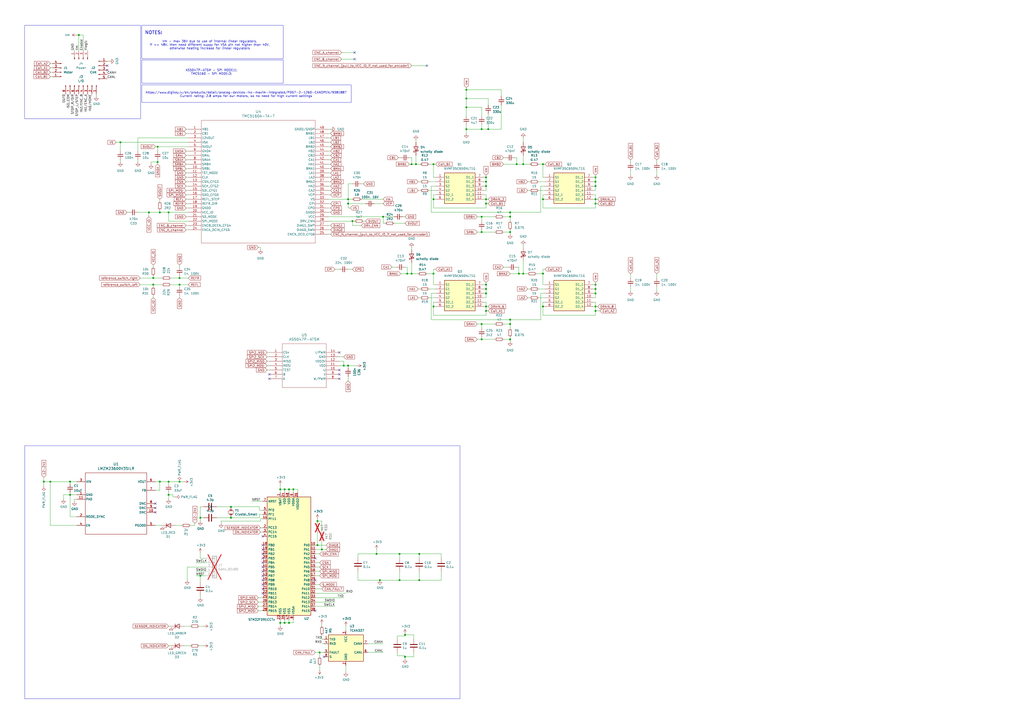
<source format=kicad_sch>
(kicad_sch (version 20231120) (generator "eeschema") (generator_version "8.0")
  (paper "A2")
  (junction (at 86.36 123.19))
  (junction (at 281.94 115.57))
  (junction (at 133.985 300.355))
  (junction (at 345.44 107.95))
  (junction (at 295.91 134.62))
  (junction (at 231.775 336.55))
  (junction (at 234.95 381))
  (junction (at 345.44 180.34))
  (junction (at 345.44 165.1))
  (junction (at 251.46 177.8))
  (junction (at 186.69 318.77))
  (junction (at 270.51 57.15))
  (junction (at 185.42 378.46))
  (junction (at 91.44 85.09))
  (junction (at 314.96 177.8))
  (junction (at 281.94 170.18))
  (junction (at 234.95 368.3))
  (junction (at 88.9 165.1))
  (junction (at 222.25 125.73))
  (junction (at 251.46 95.25))
  (junction (at 243.205 336.55))
  (junction (at 281.94 165.1))
  (junction (at 345.44 177.8))
  (junction (at 295.91 185.42))
  (junction (at 116.205 334.01))
  (junction (at 279.4 196.85))
  (junction (at 97.79 123.19))
  (junction (at 165.1 361.315))
  (junction (at 184.15 316.23))
  (junction (at 281.94 167.64))
  (junction (at 295.91 196.85))
  (junction (at 184.15 302.26))
  (junction (at 314.96 95.25))
  (junction (at 162.56 283.845))
  (junction (at 270.51 52.07))
  (junction (at 40.64 279.4))
  (junction (at 236.22 158.75))
  (junction (at 345.44 118.11))
  (junction (at 91.44 93.98))
  (junction (at 201.93 212.09))
  (junction (at 279.4 74.93))
  (junction (at 295.91 125.73))
  (junction (at 167.64 283.845))
  (junction (at 295.91 123.19))
  (junction (at 300.99 158.75))
  (junction (at 92.71 123.19))
  (junction (at 303.53 95.25))
  (junction (at 97.79 287.02))
  (junction (at 345.44 170.18))
  (junction (at 88.9 161.29))
  (junction (at 299.72 95.25))
  (junction (at 69.85 82.55))
  (junction (at 199.39 212.09))
  (junction (at 345.44 115.57))
  (junction (at 281.94 180.34))
  (junction (at 45.72 20.32))
  (junction (at 40.64 287.02))
  (junction (at 295.91 187.96))
  (junction (at 303.53 158.75))
  (junction (at 251.46 158.75))
  (junction (at 238.76 158.75))
  (junction (at 204.47 128.27))
  (junction (at 281.94 118.11))
  (junction (at 201.93 115.57))
  (junction (at 29.21 279.4))
  (junction (at 92.71 279.4))
  (junction (at 314.96 158.75))
  (junction (at 241.3 95.25))
  (junction (at 25.4 279.4))
  (junction (at 231.775 321.31))
  (junction (at 220.345 336.55))
  (junction (at 279.4 187.96))
  (junction (at 165.1 283.845))
  (junction (at 281.94 105.41))
  (junction (at 345.44 167.64))
  (junction (at 97.79 279.4))
  (junction (at 133.985 294.005))
  (junction (at 104.14 165.1))
  (junction (at 281.94 177.8))
  (junction (at 162.56 361.315))
  (junction (at 251.46 115.57))
  (junction (at 270.51 74.93))
  (junction (at 167.64 361.315))
  (junction (at 104.14 161.29))
  (junction (at 170.18 283.845))
  (junction (at 279.4 125.73))
  (junction (at 201.93 118.11))
  (junction (at 281.94 102.87))
  (junction (at 104.14 279.4))
  (junction (at 238.76 95.25))
  (junction (at 283.21 74.93))
  (junction (at 243.205 321.31))
  (junction (at 281.94 107.95))
  (junction (at 345.44 105.41))
  (junction (at 314.96 115.57))
  (junction (at 279.4 134.62))
  (junction (at 218.44 321.31))
  (junction (at 270.51 62.23))
  (junction (at 116.205 300.355))
  (junction (at 345.44 102.87))
  (no_connect (at 152.4 321.31))
  (no_connect (at 196.85 204.47))
  (no_connect (at 152.4 339.09))
  (no_connect (at 62.23 40.64))
  (no_connect (at 152.4 323.85))
  (no_connect (at 205.74 30.48))
  (no_connect (at 90.17 294.64))
  (no_connect (at 62.23 38.1))
  (no_connect (at 187.96 381))
  (no_connect (at 90.17 297.18))
  (no_connect (at 152.4 311.15))
  (no_connect (at 182.88 323.85))
  (no_connect (at 152.4 316.23))
  (no_connect (at 152.4 318.77))
  (no_connect (at 156.21 219.71))
  (no_connect (at 205.74 34.29))
  (no_connect (at 247.65 38.1))
  (no_connect (at 196.85 219.71))
  (no_connect (at 152.4 341.63))
  (no_connect (at 196.85 217.17))
  (no_connect (at 152.4 328.93))
  (no_connect (at 152.4 334.01))
  (no_connect (at 152.4 326.39))
  (no_connect (at 196.85 214.63))
  (no_connect (at 152.4 336.55))
  (no_connect (at 182.88 354.33))
  (no_connect (at 152.4 344.17))
  (no_connect (at 182.88 336.55))
  (no_connect (at 152.4 331.47))
  (no_connect (at 156.21 217.17))
  (no_connect (at 90.17 292.1))
  (wire (pts (xy 190.5 105.41) (xy 191.77 105.41)))
  (wire (pts (xy 182.88 334.01) (xy 185.42 334.01)))
  (wire (pts (xy 295.91 123.19) (xy 313.69 123.19)))
  (wire (pts (xy 238.76 38.1) (xy 247.65 38.1)))
  (wire (pts (xy 227.33 154.94) (xy 229.87 154.94)))
  (wire (pts (xy 86.36 123.19) (xy 86.36 125.73)))
  (wire (pts (xy 92.71 279.4) (xy 97.79 279.4)))
  (wire (pts (xy 182.88 339.09) (xy 185.42 339.09)))
  (wire (pts (xy 251.46 177.8) (xy 252.73 177.8)))
  (wire (pts (xy 118.11 374.65) (xy 115.57 374.65)))
  (wire (pts (xy 182.88 326.39) (xy 185.42 326.39)))
  (wire (pts (xy 381 99.06) (xy 381 101.6)))
  (wire (pts (xy 107.95 118.11) (xy 109.22 118.11)))
  (wire (pts (xy 151.13 302.26) (xy 151.13 300.99)))
  (wire (pts (xy 86.36 123.19) (xy 92.71 123.19)))
  (wire (pts (xy 251.46 165.1) (xy 251.46 158.75)))
  (wire (pts (xy 29.21 44.45) (xy 30.48 44.45)))
  (wire (pts (xy 100.33 287.02) (xy 100.33 288.29)))
  (wire (pts (xy 313.69 185.42) (xy 295.91 185.42)))
  (wire (pts (xy 165.1 361.315) (xy 167.64 361.315)))
  (wire (pts (xy 69.85 82.55) (xy 69.85 87.63)))
  (wire (pts (xy 97.79 374.65) (xy 99.06 374.65)))
  (wire (pts (xy 242.57 110.49) (xy 243.84 110.49)))
  (wire (pts (xy 345.44 113.03) (xy 344.17 113.03)))
  (wire (pts (xy 279.4 196.85) (xy 279.4 195.58)))
  (wire (pts (xy 381 166.37) (xy 381 168.91)))
  (wire (pts (xy 107.95 107.95) (xy 109.22 107.95)))
  (wire (pts (xy 281.94 180.34) (xy 283.21 180.34)))
  (wire (pts (xy 281.94 163.83) (xy 281.94 165.1)))
  (wire (pts (xy 316.23 113.03) (xy 314.96 113.03)))
  (wire (pts (xy 222.25 129.54) (xy 222.25 125.73)))
  (wire (pts (xy 119.38 326.39) (xy 113.665 326.39)))
  (wire (pts (xy 165.1 283.845) (xy 165.1 285.75)))
  (wire (pts (xy 270.51 52.07) (xy 270.51 57.15)))
  (wire (pts (xy 280.67 165.1) (xy 281.94 165.1)))
  (wire (pts (xy 238.76 95.25) (xy 241.3 95.25)))
  (wire (pts (xy 90.17 284.48) (xy 92.71 284.48)))
  (wire (pts (xy 69.85 82.55) (xy 109.22 82.55)))
  (wire (pts (xy 234.95 368.3) (xy 234.95 368.935)))
  (wire (pts (xy 182.88 346.71) (xy 199.39 346.71)))
  (wire (pts (xy 25.4 276.86) (xy 25.4 279.4)))
  (wire (pts (xy 194.31 156.21) (xy 196.85 156.21)))
  (wire (pts (xy 25.4 279.4) (xy 29.21 279.4)))
  (wire (pts (xy 283.21 60.96) (xy 283.21 57.15)))
  (wire (pts (xy 281.94 105.41) (xy 280.67 105.41)))
  (wire (pts (xy 252.73 102.87) (xy 251.46 102.87)))
  (wire (pts (xy 110.49 363.22) (xy 106.68 363.22)))
  (wire (pts (xy 280.67 170.18) (xy 281.94 170.18)))
  (wire (pts (xy 186.69 318.77) (xy 189.23 318.77)))
  (wire (pts (xy 190.5 133.35) (xy 191.77 133.35)))
  (wire (pts (xy 116.205 323.85) (xy 119.38 323.85)))
  (wire (pts (xy 276.86 134.62) (xy 279.4 134.62)))
  (wire (pts (xy 251.46 182.88) (xy 281.94 182.88)))
  (wire (pts (xy 299.72 154.94) (xy 300.99 154.94)))
  (wire (pts (xy 248.92 172.72) (xy 252.73 172.72)))
  (wire (pts (xy 154.94 209.55) (xy 156.21 209.55)))
  (wire (pts (xy 281.94 165.1) (xy 281.94 167.64)))
  (wire (pts (xy 316.23 170.18) (xy 313.69 170.18)))
  (wire (pts (xy 237.49 95.25) (xy 238.76 95.25)))
  (wire (pts (xy 345.44 101.6) (xy 345.44 102.87)))
  (wire (pts (xy 91.44 85.09) (xy 109.22 85.09)))
  (wire (pts (xy 345.44 167.64) (xy 344.17 167.64)))
  (wire (pts (xy 295.91 196.85) (xy 295.91 198.12)))
  (wire (pts (xy 345.44 115.57) (xy 346.71 115.57)))
  (wire (pts (xy 190.5 95.25) (xy 191.77 95.25)))
  (wire (pts (xy 250.19 170.18) (xy 250.19 185.42)))
  (wire (pts (xy 80.01 80.01) (xy 80.01 87.63)))
  (wire (pts (xy 345.44 102.87) (xy 345.44 105.41)))
  (wire (pts (xy 251.46 158.75) (xy 251.46 156.21)))
  (wire (pts (xy 100.33 288.29) (xy 101.6 288.29)))
  (wire (pts (xy 241.3 95.25) (xy 243.84 95.25)))
  (wire (pts (xy 107.95 125.73) (xy 109.22 125.73)))
  (wire (pts (xy 314.96 175.26) (xy 314.96 177.8)))
  (wire (pts (xy 365.76 99.06) (xy 365.76 101.6)))
  (wire (pts (xy 255.905 323.85) (xy 255.905 321.31)))
  (wire (pts (xy 283.21 66.04) (xy 283.21 74.93)))
  (wire (pts (xy 200.66 386.08) (xy 200.66 389.89)))
  (wire (pts (xy 300.99 158.75) (xy 303.53 158.75)))
  (wire (pts (xy 234.95 382.27) (xy 234.95 381)))
  (wire (pts (xy 69.85 92.71) (xy 69.85 93.98)))
  (wire (pts (xy 29.21 279.4) (xy 40.64 279.4)))
  (wire (pts (xy 182.88 344.17) (xy 200.66 344.17)))
  (wire (pts (xy 295.91 125.73) (xy 295.91 128.27)))
  (wire (pts (xy 87.63 93.98) (xy 91.44 93.98)))
  (wire (pts (xy 210.82 128.27) (xy 212.09 128.27)))
  (wire (pts (xy 250.19 123.19) (xy 295.91 123.19)))
  (wire (pts (xy 167.64 283.845) (xy 170.18 283.845)))
  (wire (pts (xy 252.73 113.03) (xy 251.46 113.03)))
  (wire (pts (xy 204.47 106.68) (xy 201.93 106.68)))
  (wire (pts (xy 230.505 370.84) (xy 230.505 368.935)))
  (wire (pts (xy 165.1 283.845) (xy 167.64 283.845)))
  (wire (pts (xy 281.94 102.87) (xy 281.94 105.41)))
  (wire (pts (xy 93.98 304.8) (xy 90.17 304.8)))
  (wire (pts (xy 45.72 20.32) (xy 45.72 29.21)))
  (wire (pts (xy 279.4 125.73) (xy 279.4 128.27)))
  (wire (pts (xy 108.585 328.93) (xy 119.38 328.93)))
  (wire (pts (xy 252.73 170.18) (xy 250.19 170.18)))
  (wire (pts (xy 184.15 316.23) (xy 189.23 316.23)))
  (wire (pts (xy 365.76 158.75) (xy 365.76 161.29)))
  (wire (pts (xy 241.3 81.28) (xy 241.3 82.55)))
  (wire (pts (xy 170.18 361.315) (xy 170.18 359.41)))
  (wire (pts (xy 150.495 295.91) (xy 152.4 295.91)))
  (wire (pts (xy 243.205 321.31) (xy 255.905 321.31)))
  (wire (pts (xy 113.03 304.8) (xy 110.49 304.8)))
  (wire (pts (xy 251.46 175.26) (xy 251.46 177.8)))
  (wire (pts (xy 287.02 125.73) (xy 279.4 125.73)))
  (wire (pts (xy 248.92 110.49) (xy 252.73 110.49)))
  (wire (pts (xy 154.94 207.01) (xy 156.21 207.01)))
  (wire (pts (xy 303.53 158.75) (xy 306.07 158.75)))
  (wire (pts (xy 190.5 97.79) (xy 191.77 97.79)))
  (wire (pts (xy 230.505 378.46) (xy 230.505 380.365)))
  (wire (pts (xy 133.985 300.355) (xy 150.495 300.355)))
  (wire (pts (xy 345.44 180.34) (xy 345.44 177.8)))
  (wire (pts (xy 107.95 110.49) (xy 109.22 110.49)))
  (wire (pts (xy 88.9 153.67) (xy 88.9 154.94)))
  (wire (pts (xy 44.45 299.72) (xy 40.64 299.72)))
  (wire (pts (xy 90.17 85.09) (xy 91.44 85.09)))
  (wire (pts (xy 314.96 182.88) (xy 345.44 182.88)))
  (wire (pts (xy 240.03 370.84) (xy 240.03 368.3)))
  (wire (pts (xy 240.03 368.3) (xy 234.95 368.3)))
  (wire (pts (xy 190.5 113.03) (xy 191.77 113.03)))
  (wire (pts (xy 303.53 142.24) (xy 303.53 143.51)))
  (wire (pts (xy 116.205 320.675) (xy 116.205 323.85)))
  (wire (pts (xy 184.15 302.26) (xy 184.15 303.53)))
  (wire (pts (xy 240.03 381) (xy 234.95 381)))
  (wire (pts (xy 345.44 110.49) (xy 345.44 107.95)))
  (wire (pts (xy 314.96 158.75) (xy 314.96 156.21)))
  (wire (pts (xy 279.4 74.93) (xy 270.51 74.93)))
  (wire (pts (xy 365.76 166.37) (xy 365.76 168.91)))
  (wire (pts (xy 133.985 294.005) (xy 150.495 294.005)))
  (wire (pts (xy 238.76 143.51) (xy 238.76 144.78)))
  (wire (pts (xy 314.96 95.25) (xy 316.23 95.25)))
  (wire (pts (xy 345.44 118.11) (xy 345.44 115.57)))
  (wire (pts (xy 312.42 167.64) (xy 316.23 167.64)))
  (wire (pts (xy 200.66 363.22) (xy 200.66 365.76)))
  (wire (pts (xy 92.71 115.57) (xy 92.71 116.84)))
  (wire (pts (xy 196.85 209.55) (xy 199.39 209.55)))
  (wire (pts (xy 312.42 172.72) (xy 316.23 172.72)))
  (wire (pts (xy 107.95 74.93) (xy 109.22 74.93)))
  (wire (pts (xy 281.94 167.64) (xy 280.67 167.64)))
  (wire (pts (xy 207.645 321.31) (xy 218.44 321.31)))
  (wire (pts (xy 303.53 80.01) (xy 303.53 82.55)))
  (wire (pts (xy 133.985 299.72) (xy 133.985 300.355)))
  (wire (pts (xy 312.42 95.25) (xy 314.96 95.25)))
  (wire (pts (xy 281.94 107.95) (xy 281.94 105.41)))
  (wire (pts (xy 292.1 154.94) (xy 294.64 154.94)))
  (wire (pts (xy 248.92 167.64) (xy 252.73 167.64)))
  (wire (pts (xy 167.64 283.845) (xy 167.64 285.75)))
  (wire (pts (xy 280.67 177.8) (xy 281.94 177.8)))
  (wire (pts (xy 184.15 302.26) (xy 186.69 302.26)))
  (wire (pts (xy 270.51 62.23) (xy 270.51 67.31)))
  (wire (pts (xy 251.46 115.57) (xy 252.73 115.57)))
  (wire (pts (xy 345.44 165.1) (xy 345.44 167.64)))
  (wire (pts (xy 243.205 321.31) (xy 243.205 323.85)))
  (wire (pts (xy 279.4 187.96) (xy 279.4 190.5)))
  (wire (pts (xy 280.67 110.49) (xy 281.94 110.49)))
  (wire (pts (xy 303.53 90.17) (xy 303.53 95.25)))
  (wire (pts (xy 251.46 156.21) (xy 252.73 156.21)))
  (wire (pts (xy 345.44 177.8) (xy 346.71 177.8)))
  (wire (pts (xy 313.69 170.18) (xy 313.69 185.42)))
  (wire (pts (xy 295.91 185.42) (xy 295.91 187.96)))
  (wire (pts (xy 186.69 370.84) (xy 187.96 370.84)))
  (wire (pts (xy 196.85 207.01) (xy 199.39 207.01)))
  (wire (pts (xy 281.94 118.11) (xy 281.94 115.57)))
  (wire (pts (xy 344.17 115.57) (xy 345.44 115.57)))
  (wire (pts (xy 270.51 57.15) (xy 270.51 62.23)))
  (wire (pts (xy 133.985 294.64) (xy 133.985 294.005)))
  (wire (pts (xy 190.5 120.65) (xy 191.77 120.65)))
  (wire (pts (xy 99.06 165.1) (xy 104.14 165.1)))
  (wire (pts (xy 230.505 380.365) (xy 234.95 380.365)))
  (wire (pts (xy 314.96 177.8) (xy 316.23 177.8)))
  (wire (pts (xy 281.94 110.49) (xy 281.94 107.95)))
  (wire (pts (xy 201.93 218.44) (xy 201.93 220.98)))
  (wire (pts (xy 104.14 160.02) (xy 104.14 161.29)))
  (wire (pts (xy 236.22 158.75) (xy 238.76 158.75)))
  (wire (pts (xy 199.39 209.55) (xy 199.39 212.09)))
  (wire (pts (xy 241.3 90.17) (xy 241.3 95.25)))
  (wire (pts (xy 91.44 92.71) (xy 91.44 93.98)))
  (wire (pts (xy 190.5 130.81) (xy 191.77 130.81)))
  (wire (pts (xy 306.07 105.41) (xy 307.34 105.41)))
  (wire (pts (xy 251.46 115.57) (xy 251.46 120.65)))
  (wire (pts (xy 204.47 130.81) (xy 204.47 128.27)))
  (wire (pts (xy 281.94 170.18) (xy 281.94 167.64)))
  (wire (pts (xy 345.44 170.18) (xy 345.44 167.64)))
  (wire (pts (xy 232.41 158.75) (xy 236.22 158.75)))
  (wire (pts (xy 312.42 110.49) (xy 316.23 110.49)))
  (wire (pts (xy 128.27 302.26) (xy 128.27 303.53)))
  (wire (pts (xy 345.44 163.83) (xy 345.44 165.1)))
  (wire (pts (xy 252.73 175.26) (xy 251.46 175.26)))
  (wire (pts (xy 242.57 167.64) (xy 243.84 167.64)))
  (wire (pts (xy 182.88 349.25) (xy 194.31 349.25)))
  (wire (pts (xy 316.23 102.87) (xy 314.96 102.87)))
  (wire (pts (xy 40.64 279.4) (xy 40.64 280.67)))
  (wire (pts (xy 345.44 105.41) (xy 344.17 105.41)))
  (wire (pts (xy 97.79 128.27) (xy 97.79 123.19)))
  (wire (pts (xy 107.95 95.25) (xy 109.22 95.25)))
  (wire (pts (xy 97.79 279.4) (xy 104.14 279.4)))
  (wire (pts (xy 292.1 187.96) (xy 295.91 187.96)))
  (wire (pts (xy 36.83 287.02) (xy 40.64 287.02)))
  (wire (pts (xy 109.22 128.27) (xy 97.79 128.27)))
  (wire (pts (xy 90.17 279.4) (xy 92.71 279.4)))
  (wire (pts (xy 303.53 95.25) (xy 307.34 95.25)))
  (wire (pts (xy 107.95 87.63) (xy 109.22 87.63)))
  (wire (pts (xy 287.02 187.96) (xy 279.4 187.96)))
  (wire (pts (xy 81.28 161.29) (xy 88.9 161.29)))
  (wire (pts (xy 314.96 115.57) (xy 316.23 115.57)))
  (wire (pts (xy 276.86 125.73) (xy 279.4 125.73)))
  (wire (pts (xy 190.5 92.71) (xy 191.77 92.71)))
  (wire (pts (xy 381 92.71) (xy 381 93.98)))
  (wire (pts (xy 251.46 120.65) (xy 281.94 120.65)))
  (wire (pts (xy 247.65 158.75) (xy 251.46 158.75)))
  (wire (pts (xy 201.93 106.68) (xy 201.93 115.57)))
  (wire (pts (xy 248.92 105.41) (xy 252.73 105.41)))
  (wire (pts (xy 116.205 345.44) (xy 116.205 346.71)))
  (wire (pts (xy 151.13 143.51) (xy 149.86 143.51)))
  (wire (pts (xy 295.91 123.19) (xy 295.91 125.73)))
  (wire (pts (xy 238.76 91.44) (xy 238.76 95.25)))
  (wire (pts (xy 190.5 107.95) (xy 191.77 107.95)))
  (wire (pts (xy 234.95 381) (xy 234.95 380.365)))
  (wire (pts (xy 182.88 328.93) (xy 185.42 328.93)))
  (wire (pts (xy 295.91 158.75) (xy 300.99 158.75)))
  (wire (pts (xy 201.93 212.09) (xy 207.01 212.09)))
  (wire (pts (xy 80.01 123.19) (xy 86.36 123.19)))
  (wire (pts (xy 314.96 177.8) (xy 314.96 182.88)))
  (wire (pts (xy 186.69 373.38) (xy 187.96 373.38)))
  (wire (pts (xy 381 158.75) (xy 381 161.29)))
  (wire (pts (xy 243.205 331.47) (xy 243.205 336.55)))
  (wire (pts (xy 279.4 134.62) (xy 279.4 133.35)))
  (wire (pts (xy 300.99 154.94) (xy 300.99 158.75)))
  (wire (pts (xy 344.17 177.8) (xy 345.44 177.8)))
  (wire (pts (xy 170.18 283.845) (xy 170.18 285.75)))
  (wire (pts (xy 252.73 165.1) (xy 251.46 165.1)))
  (wire (pts (xy 190.5 128.27) (xy 204.47 128.27)))
  (wire (pts (xy 162.56 285.75) (xy 162.56 283.845)))
  (wire (pts (xy 184.15 308.61) (xy 184.15 316.23)))
  (wire (pts (xy 125.73 300.355) (xy 133.985 300.355)))
  (wire (pts (xy 344.17 110.49) (xy 345.44 110.49)))
  (wire (pts (xy 201.93 213.36) (xy 201.93 212.09)))
  (wire (pts (xy 185.42 388.62) (xy 185.42 386.08)))
  (wire (pts (xy 217.17 118.11) (xy 222.25 118.11)))
  (wire (pts (xy 107.95 92.71) (xy 109.22 92.71)))
  (wire (pts (xy 345.44 175.26) (xy 344.17 175.26)))
  (wire (pts (xy 184.15 300.99) (xy 184.15 302.26)))
  (wire (pts (xy 292.1 134.62) (xy 295.91 134.62)))
  (wire (pts (xy 231.775 331.47) (xy 231.775 336.55)))
  (wire (pts (xy 290.83 55.88) (xy 290.83 52.07)))
  (wire (pts (xy 279.4 67.31) (xy 279.4 62.23)))
  (wire (pts (xy 295.91 195.58) (xy 295.91 196.85)))
  (wire (pts (xy 231.775 321.31) (xy 243.205 321.31)))
  (wire (pts (xy 152.4 290.83) (xy 146.05 290.83)))
  (wire (pts (xy 248.92 95.25) (xy 251.46 95.25)))
  (wire (pts (xy 154.94 214.63) (xy 156.21 214.63)))
  (wire (pts (xy 107.95 97.79) (xy 109.22 97.79)))
  (wire (pts (xy 167.64 361.315) (xy 170.18 361.315)))
  (wire (pts (xy 198.12 30.48) (xy 205.74 30.48)))
  (wire (pts (xy 344.17 170.18) (xy 345.44 170.18)))
  (wire (pts (xy 345.44 182.88) (xy 345.44 180.34)))
  (wire (pts (xy 62.23 35.56) (xy 63.5 35.56)))
  (wire (pts (xy 151.13 144.78) (xy 151.13 143.51)))
  (wire (pts (xy 104.14 161.29) (xy 109.22 161.29)))
  (wire (pts (xy 316.23 107.95) (xy 313.69 107.95)))
  (wire (pts (xy 44.45 279.4) (xy 40.64 279.4)))
  (wire (pts (xy 281.94 113.03) (xy 280.67 113.03)))
  (wire (pts (xy 167.64 361.315) (xy 167.64 359.41)))
  (wire (pts (xy 186.69 361.95) (xy 186.69 363.22)))
  (wire (pts (xy 25.4 279.4) (xy 25.4 281.94)))
  (wire (pts (xy 218.44 318.77) (xy 218.44 321.31)))
  (wire (pts (xy 252.73 107.95) (xy 250.19 107.95)))
  (wire (pts (xy 345.44 180.34) (xy 347.98 180.34)))
  (wire (pts (xy 251.46 113.03) (xy 251.46 115.57)))
  (wire (pts (xy 345.44 172.72) (xy 345.44 170.18)))
  (wire (pts (xy 107.95 130.81) (xy 109.22 130.81)))
  (wire (pts (xy 238.76 158.75) (xy 242.57 158.75)))
  (wire (pts (xy 287.02 134.62) (xy 279.4 134.62)))
  (wire (pts (xy 128.27 302.26) (xy 151.13 302.26)))
  (wire (pts (xy 55.88 54.61) (xy 55.88 55.88)))
  (wire (pts (xy 209.55 130.81) (xy 204.47 130.81)))
  (wire (pts (xy 151.13 300.99) (xy 152.4 300.99)))
  (wire (pts (xy 116.205 300.355) (xy 118.11 300.355)))
  (wire (pts (xy 182.88 321.31) (xy 185.42 321.31)))
  (wire (pts (xy 91.44 93.98) (xy 91.44 95.25)))
  (wire (pts (xy 149.86 346.71) (xy 152.4 346.71)))
  (wire (pts (xy 281.94 180.34) (xy 281.94 177.8)))
  (wire (pts (xy 281.94 175.26) (xy 280.67 175.26)))
  (wire (pts (xy 81.28 165.1) (xy 88.9 165.1)))
  (wire (pts (xy 345.44 120.65) (xy 345.44 118.11)))
  (wire (pts (xy 162.56 363.22) (xy 162.56 361.315)))
  (wire (pts (xy 314.96 156.21) (xy 316.23 156.21)))
  (wire (pts (xy 105.41 304.8) (xy 101.6 304.8)))
  (wire (pts (xy 231.775 336.55) (xy 220.345 336.55)))
  (wire (pts (xy 185.42 378.46) (xy 185.42 381)))
  (wire (pts (xy 186.69 313.69) (xy 186.69 318.77)))
  (wire (pts (xy 104.14 279.4) (xy 106.68 279.4)))
  (wire (pts (xy 255.905 331.47) (xy 255.905 336.55)))
  (wire (pts (xy 154.94 212.09) (xy 156.21 212.09)))
  (wire (pts (xy 365.76 92.71) (xy 365.76 93.98)))
  (wire (pts (xy 107.95 90.17) (xy 109.22 90.17)))
  (wire (pts (xy 295.91 134.62) (xy 295.91 135.89)))
  (wire (pts (xy 223.52 129.54) (xy 222.25 129.54)))
  (wire (pts (xy 240.03 378.46) (xy 240.03 381)))
  (wire (pts (xy 29.21 39.37) (xy 30.48 39.37)))
  (wire (pts (xy 97.79 363.22) (xy 99.06 363.22)))
  (wire (pts (xy 104.14 153.67) (xy 104.14 154.94)))
  (wire (pts (xy 280.67 115.57) (xy 281.94 115.57)))
  (wire (pts (xy 190.5 90.17) (xy 191.77 90.17)))
  (wire (pts (xy 104.14 165.1) (xy 104.14 166.37)))
  (wire (pts (xy 199.39 212.09) (xy 201.93 212.09)))
  (wire (pts (xy 238.76 152.4) (xy 238.76 158.75)))
  (wire (pts (xy 299.72 95.25) (xy 303.53 95.25)))
  (wire (pts (xy 190.5 135.89) (xy 191.77 135.89)))
  (wire (pts (xy 201.93 115.57) (xy 204.47 115.57)))
  (wire (pts (xy 88.9 161.29) (xy 93.98 161.29)))
  (wire (pts (xy 190.5 100.33) (xy 191.77 100.33)))
  (wire (pts (xy 228.6 129.54) (xy 234.95 129.54)))
  (wire (pts (xy 99.06 161.29) (xy 104.14 161.29)))
  (wire (pts (xy 201.93 118.11) (xy 201.93 115.57)))
  (wire (pts (xy 118.11 363.22) (xy 115.57 363.22)))
  (wire (pts (xy 92.71 123.19) (xy 92.71 121.92)))
  (wire (pts (xy 251.46 177.8) (xy 251.46 182.88)))
  (wire (pts (xy 149.86 351.79) (xy 152.4 351.79)))
  (wire (pts (xy 97.79 123.19) (xy 109.22 123.19)))
  (wire (pts (xy 36.83 287.02) (xy 36.83 289.56)))
  (wire (pts (xy 149.86 349.25) (xy 152.4 349.25)))
  (wire (pts (xy 207.645 336.55) (xy 220.345 336.55)))
  (wire (pts (xy 107.95 105.41) (xy 109.22 105.41)))
  (wire (pts (xy 113.03 303.53) (xy 113.03 304.8)))
  (wire (pts (xy 204.47 128.27) (xy 205.74 128.27)))
  (wire (pts (xy 107.95 113.03) (xy 109.22 113.03)))
  (wire (pts (xy 125.73 294.005) (xy 133.985 294.005)))
  (wire (pts (xy 314.96 113.03) (xy 314.96 115.57)))
  (wire (pts (xy 222.25 125.73) (xy 228.6 125.73)))
  (wire (pts (xy 344.17 165.1) (xy 345.44 165.1)))
  (wire (pts (xy 108.585 336.55) (xy 108.585 328.93)))
  (wire (pts (xy 281.94 115.57) (xy 281.94 113.03)))
  (wire (pts (xy 312.42 105.41) (xy 316.23 105.41)))
  (wire (pts (xy 97.79 287.02) (xy 97.79 289.56)))
  (wire (pts (xy 250.19 107.95) (xy 250.19 123.19)))
  (wire (pts (xy 116.205 294.005) (xy 116.205 300.355)))
  (wire (pts (xy 190.5 87.63) (xy 191.77 87.63)))
  (wire (pts (xy 314.96 165.1) (xy 314.96 158.75)))
  (wire (pts (xy 40.64 287.02) (xy 44.45 287.02)))
  (wire (pts (xy 213.36 373.38) (xy 222.25 373.38)))
  (wire (pts (xy 250.19 185.42) (xy 295.91 185.42)))
  (wire (pts (xy 182.88 316.23) (xy 184.15 316.23)))
  (wire (pts (xy 97.79 285.75) (xy 97.79 287.02)))
  (wire (pts (xy 182.88 341.63) (xy 186.69 341.63)))
  (wire (pts (xy 67.31 82.55) (xy 69.85 82.55)))
  (wire (pts (xy 107.95 102.87) (xy 109.22 102.87)))
  (wire (pts (xy 190.5 74.93) (xy 191.77 74.93)))
  (wire (pts (xy 29.21 279.4) (xy 29.21 304.8)))
  (wire (pts (xy 48.26 20.32) (xy 48.26 29.21)))
  (wire (pts (xy 306.07 172.72) (xy 307.34 172.72)))
  (wire (pts (xy 190.5 77.47) (xy 191.77 77.47)))
  (wire (pts (xy 150.495 300.355) (xy 150.495 298.45)))
  (wire (pts (xy 279.4 72.39) (xy 279.4 74.93)))
  (wire (pts (xy 154.94 204.47) (xy 156.21 204.47)))
  (wire (pts (xy 43.18 290.83) (xy 43.18 289.56)))
  (wire (pts (xy 92.71 279.4) (xy 92.71 284.48)))
  (wire (pts (xy 255.905 336.55) (xy 243.205 336.55)))
  (wire (pts (xy 207.645 321.31) (xy 207.645 323.85)))
  (wire (pts (xy 276.86 196.85) (xy 279.4 196.85)))
  (wire (pts (xy 182.88 351.79) (xy 194.31 351.79)))
  (wire (pts (xy 110.49 374.65) (xy 106.68 374.65)))
  (wire (pts (xy 283.21 57.15) (xy 270.51 57.15)))
  (wire (pts (xy 231.14 91.44) (xy 232.41 91.44)))
  (wire (pts (xy 185.42 378.46) (xy 187.96 378.46)))
  (wire (pts (xy 290.83 52.07) (xy 270.51 52.07)))
  (wire (pts (xy 80.01 92.71) (xy 80.01 93.98)))
  (wire (pts (xy 298.45 91.44) (xy 299.72 91.44)))
  (wire (pts (xy 116.205 334.01) (xy 113.665 334.01)))
  (wire (pts (xy 281.94 101.6) (xy 281.94 102.87)))
  (wire (pts (xy 149.86 354.33) (xy 152.4 354.33)))
  (wire (pts (xy 287.02 196.85) (xy 279.4 196.85)))
  (wire (pts (xy 80.01 80.01) (xy 109.22 80.01)))
  (wire (pts (xy 93.98 165.1) (xy 88.9 165.1)))
  (wire (pts (xy 151.13 306.07) (xy 152.4 306.07)))
  (wire (pts (xy 207.645 331.47) (xy 207.645 336.55)))
  (wire (pts (xy 231.775 321.31) (xy 231.775 323.85)))
  (wire (pts (xy 107.95 100.33) (xy 109.22 100.33)))
  (wire (pts (xy 243.205 336.55) (xy 231.775 336.55)))
  (wire (pts (xy 299.72 91.44) (xy 299.72 95.25)))
  (wire (pts (xy 251.46 102.87) (xy 251.46 95.25)))
  (wire (pts (xy 88.9 172.72) (xy 88.9 171.45)))
  (wire (pts (xy 209.55 106.68) (xy 210.82 106.68)))
  (wire (pts (xy 116.205 302.26) (xy 116.205 300.355)))
  (wire (pts (xy 292.1 95.25) (xy 299.72 95.25)))
  (wire (pts (xy 151.13 308.61) (xy 152.4 308.61)))
  (wire (pts (xy 218.44 321.31) (xy 231.775 321.31)))
  (wire (pts (xy 209.55 115.57) (xy 222.25 115.57)))
  (wire (pts (xy 281.94 177.8) (xy 283.21 177.8)))
  (wire (pts (xy 280.67 107.95) (xy 281.94 107.95)))
  (wire (pts (xy 44.45 20.32) (xy 45.72 20.32)))
  (wire (pts (xy 107.95 115.57) (xy 109.22 115.57)))
  (wire (pts (xy 150.495 298.45) (xy 152.4 298.45)))
  (wire (pts (xy 344.17 172.72) (xy 345.44 172.72)))
  (wire (pts (xy 292.1 196.85) (xy 295.91 196.85)))
  (wire (pts (xy 281.94 172.72) (xy 281.94 170.18)))
  (wire (pts (xy 190.5 118.11) (xy 191.77 118.11)))
  (wire (pts (xy 116.205 334.01) (xy 116.205 337.82)))
  (wire (pts (xy 150.495 294.005) (xy 150.495 295.91)))
  (wire (pts (xy 29.21 304.8) (xy 44.45 304.8)))
  (wire (pts (xy 162.56 359.41) (xy 162.56 361.315)))
  (wire (pts (xy 186.69 368.3) (xy 186.69 370.84)))
  (wire (pts (xy 43.18 289.56) (xy 44.45 289.56)))
  (wire (pts (xy 190.5 85.09) (xy 191.77 85.09)))
  (wire (pts (xy 190.5 110.49) (xy 191.77 110.49)))
  (wire (pts (xy 198.12 34.29) (xy 205.74 34.29)))
  (wire (pts (xy 234.95 125.73) (xy 233.68 125.73)))
  (wire (pts (xy 316.23 165.1) (xy 314.96 165.1)))
  (wire (pts (xy 279.4 62.23) (xy 270.51 62.23)))
  (wire (pts (xy 251.46 95.25) (xy 252.73 95.25)))
  (wire (pts (xy 40.64 299.72) (xy 40.64 287.02)))
  (wire (pts (xy 88.9 165.1) (xy 88.9 166.37)))
  (wire (pts (xy 40.64 285.75) (xy 40.64 287.02)))
  (wire (pts (xy 237.49 91.44) (xy 238.76 91.44)))
  (wire (pts (xy 242.57 105.41) (xy 243.84 105.41)))
  (wire (pts (xy 314.96 115.57) (xy 314.96 120.65)))
  (wire (pts (xy 92.71 123.19) (xy 97.79 123.19)))
  (wire (pts (xy 182.88 318.77) (xy 186.69 318.77)))
  (wire (pts (xy 295.91 133.35) (xy 295.91 134.62)))
  (wire (pts (xy 270.51 50.8) (xy 270.51 52.07)))
  (wire (pts (xy 313.69 107.95) (xy 313.69 123.19)))
  (wire (pts (xy 107.95 77.47) (xy 109.22 77.47)))
  (wire (pts (xy 306.07 167.64) (xy 307.34 167.64)))
  (wire (pts (xy 311.15 158.75) (xy 314.96 158.75)))
  (wire (pts (xy 290.83 74.93) (xy 283.21 74.93)))
  (wire (pts (xy 345.44 115.57) (xy 345.44 113.03)))
  (wire (pts (xy 190.5 123.19) (xy 191.77 123.19)))
  (wire (pts (xy 119.38 331.47) (xy 113.665 331.47)))
  (wire (pts (xy 292.1 125.73) (xy 295.91 125.73)))
  (wire (pts (xy 91.44 85.09) (xy 91.44 87.63)))
  (wire (pts (xy 280.67 172.72) (xy 281.94 172.72)))
  (wire (pts (xy 314.96 120.65) (xy 345.44 120.65)))
  (wire (pts (xy 236.22 154.94) (xy 236.22 158.75)))
  (wire (pts (xy 119.38 334.01) (xy 116.205 334.01)))
  (wire (pts (xy 162.56 281.305) (xy 162.56 283.845)))
  (wire (pts (xy 201.93 120.65) (xy 201.93 118.11)))
  (wire (pts (xy 292.1 91.44) (xy 293.37 91.44)))
  (wire (pts (xy 170.18 283.845) (xy 172.72 283.845)))
  (wire (pts (xy 234.95 367.665) (xy 234.95 368.3)))
  (wire (pts (xy 316.23 175.26) (xy 314.96 175.26)))
  (wire (pts (xy 281.94 115.57) (xy 283.21 115.57)))
  (wire (pts (xy 303.53 151.13) (xy 303.53 158.75)))
  (wire (pts (xy 190.5 102.87) (xy 191.77 102.87)))
  (wire (pts (xy 196.85 212.09) (xy 199.39 212.09)))
  (wire (pts (xy 281.94 120.65) (xy 281.94 118.11)))
  (wire (pts (xy 162.56 361.315) (xy 165.1 361.315)))
  (wire (pts (xy 283.21 74.93) (xy 279.4 74.93)))
  (wire (pts (xy 97.79 287.02) (xy 100.33 287.02)))
  (wire (pts (xy 190.5 82.55) (xy 191.77 82.55)))
  (wire (pts (xy 29.21 41.91) (xy 30.48 41.91)))
  (wire (pts (xy 190.5 80.01) (xy 191.77 80.01)))
  (wire (pts (xy 104.14 165.1) (xy 109.22 165.1)))
  (wire (pts (xy 345.44 107.95) (xy 345.44 105.41)))
  (wire (pts (xy 276.86 187.96) (xy 279.4 187.96)))
  (wire (pts (xy 97.79 280.67) (xy 97.79 279.4)))
  (wire (pts (xy 344.17 107.95) (xy 345.44 107.95)))
  (wire (pts (xy 213.36 378.46) (xy 222.25 378.46)))
  (wire (pts (xy 165.1 361.315) (xy 165.1 359.41)))
  (wire (pts (xy 203.2 120.65) (xy 201.93 120.65)))
  (wire (pts (xy 242.57 172.72) (xy 243.84 172.72)))
  (wire (pts (xy 186.69 302.26) (xy 186.69 308.61)))
  (wire (pts (xy 306.07 110.49) (xy 307.34 110.49)))
  (wire (pts (xy 314.96 102.87) (xy 314.96 95.25)))
  (wire (pts (xy 295.91 187.96) (xy 295.91 190.5)))
  (wire (pts (xy 29.21 36.83) (xy 30.48 36.83)))
  (wire (pts (xy 73.66 123.19) (xy 74.93 123.19)))
  (wire (pts (xy 107.95 133.35) (xy 109.22 133.35)))
  (wire (pts (xy 104.14 172.72) (xy 104.14 171.45)))
  (wire (pts (xy 270.51 72.39) (xy 270.51 74.93)))
  (wire (pts (xy 290.83 60.96) (xy 290.83 74.93)))
  (wire (pts (xy 190.5 115.57) (xy 201.93 115.57)))
  (wire (pts (xy 201.93 118.11) (xy 212.09 118.11)))
  (wire (pts (xy 182.88 378.46) (xy 185.42 378.46)))
  (wire (pts (xy 190.5 125.73) (xy 222.25 125.73)))
  (wire (pts (xy 172.72 283.845) (xy 172.72 285.75)))
  (wire (pts (xy 345.44 177.8) (xy 345.44 175.26)))
  (wire (pts (xy 182.88 331.47) (xy 185.42 331.47)))
  (wire (pts (xy 162.56 283.845) (xy 165.1 283.845)))
  (wire (pts (xy 48.26 20.32) (xy 45.72 20.32)))
  (wire (pts (xy 280.67 102.87) (xy 281.94 102.87)))
  (wire (pts (xy 281.94 182.88) (xy 281.94 180.34)))
  (wire (pts (xy 87.63 95.25) (xy 87.63 93.98)))
  (wire (pts (xy 270.51 74.93) (xy 270.51 77.47)))
  (wire (pts (xy 344.17 102.87) (xy 345.44 102.87)))
  (wire (pts (xy 230.505 368.935) (xy 234.95 368.935)))
  (wire (pts (xy 281.94 118.11) (xy 283.21 118.11)))
  (wire (pts (xy 107.95 120.65) (xy 109.22 120.65)))
  (wire (pts (xy 345.44 118.11) (xy 346.71 118.11)))
  (wire (pts (xy 201.93 156.21) (xy 204.47 156.21)))
  (wire (pts (xy 88.9 160.02) (xy 88.9 161.29)))
  (wire (pts (xy 118.11 294.005) (xy 116.205 294.005)))
  (wire (pts (xy 281.94 177.8) (xy 281.94 175.26)))
  (wire (pts (xy 234.95 154.94) (xy 236.22 154.94)))
  (rectangle (start 82.296 34.798) (end 164.338 48.26))
  (rectangle (start 82.296 49.276) (end 203.708 59.436))
  (rectangle (start 14.351 258.572) (end 266.827 405.384))
  (rectangle (start 14.224 14.732) (end 81.534 68.834))
  (rectangle (start 82.296 14.732) (end 164.338 34.036))
  (text "AS5047P-ATSM - SPI MODE:1;\nTMC5160 - SPI MODE:3;" (at 122.682 41.91 0) (effects (font (size 1.27 1.27))))
  (text "NOTES:" (at 89.154 19.05 0) (effects (font (size 1.905 1.905) (thickness 0.254) (bold yes))))
  (text "Vm - max 36V due to use of internal linear regulators,\nif >= 48V, then need different suppy for VSA pin not higher than 40V,\notherwise heating increase for linear regulators" (at 121.666 26.162 0) (effects (font (size 1.27 1.27))))
  (text "https://www.digikey.lv/en/products/detail/analog-devices-inc-maxim-integrated/PD57-2-1260-CANOPEN/9381887\nCurrent rating: 2.8 amps for our motors, so no need for high current settings" (at 142.748 54.864 0) (effects (font (size 1.27 1.27))))
  (label "STOP_L{slash}STEP" (at 45.72 54.61 270))
  (label "IN0{slash}HOME" (at 53.34 54.61 270))
  (label "GND" (at 43.18 29.21 90))
  (label "CANL" (at 62.23 45.72 0))
  (label "SWCLK" (at 194.31 351.79 180))
  (label "Enable" (at 48.26 29.21 90))
  (label "OUT0" (at 38.1 54.61 270))
  (label "IN1{slash}ENC_A" (at 50.8 54.61 270))
  (label "CANH" (at 62.23 43.18 0))
  (label "SWDIO" (at 194.31 349.25 180))
  (label "NRST" (at 113.665 334.01 0))
  (label "RXD" (at 200.66 344.17 0))
  (label "IN2{slash}ENC_B" (at 48.26 54.61 270))
  (label "TXD" (at 199.39 346.71 180))
  (label "SWCLK" (at 113.665 326.39 0))
  (label "TXD" (at 186.69 370.84 180))
  (label "Vm" (at 45.72 29.21 90))
  (label "CANL" (at 222.25 378.46 180))
  (label "Vlogic" (at 50.8 29.21 90))
  (label "RXD" (at 186.69 373.38 180))
  (label "SWDIO" (at 113.665 331.47 0))
  (label "STOP_R{slash}DIR" (at 43.18 54.61 270))
  (label "ISO_COM" (at 40.64 54.61 270))
  (label "CANH" (at 222.25 373.38 180))
  (label "NRST" (at 146.05 290.83 0))
  (global_label "GND" (shape input) (at 107.95 120.65 180) (property "Intersheetrefs" "${INTERSHEET_REFS}" (effects (hide yes))))
  (global_label "Coil_B1" (shape input) (at 283.21 118.11 0) (property "Intersheetrefs" "${INTERSHEET_REFS}" (effects (hide yes))))
  (global_label "SPI_MOSI" (shape input) (at 185.42 334.01 0) (property "Intersheetrefs" "${INTERSHEET_REFS}" (effects (hide yes))))
  (global_label "Vm" (shape input) (at 270.51 50.8 90) (property "Intersheetrefs" "${INTERSHEET_REFS}" (effects (hide yes))))
  (global_label "SRAH" (shape input) (at 107.95 92.71 180) (property "Intersheetrefs" "${INTERSHEET_REFS}" (effects (hide yes))))
  (global_label "5VOUT" (shape input) (at 234.95 129.54 0) (property "Intersheetrefs" "${INTERSHEET_REFS}" (effects (hide yes))))
  (global_label "SRBL" (shape input) (at 107.95 97.79 180) (property "Intersheetrefs" "${INTERSHEET_REFS}" (effects (hide yes))))
  (global_label "VCP" (shape input) (at 191.77 113.03 0) (property "Intersheetrefs" "${INTERSHEET_REFS}" (effects (hide yes))))
  (global_label "GND" (shape input) (at 149.86 143.51 180) (property "Intersheetrefs" "${INTERSHEET_REFS}" (effects (hide yes))))
  (global_label "SPI2_MOSI" (shape input) (at 149.86 354.33 180) (property "Intersheetrefs" "${INTERSHEET_REFS}" (effects (hide yes))))
  (global_label "Coil_A2" (shape input) (at 347.98 180.34 0) (property "Intersheetrefs" "${INTERSHEET_REFS}" (effects (hide yes))))
  (global_label "Coil_A2" (shape input) (at 29.21 36.83 180) (property "Intersheetrefs" "${INTERSHEET_REFS}" (effects (hide yes))))
  (global_label "Coil_B2" (shape input) (at 29.21 41.91 180) (property "Intersheetrefs" "${INTERSHEET_REFS}" (effects (hide yes))))
  (global_label "DRAIN_2" (shape input) (at 283.21 115.57 0) (property "Intersheetrefs" "${INTERSHEET_REFS}" (effects (hide yes))))
  (global_label "Vm" (shape input) (at 281.94 101.6 90) (property "Intersheetrefs" "${INTERSHEET_REFS}" (effects (hide yes))))
  (global_label "SRAL" (shape input) (at 276.86 196.85 180) (property "Intersheetrefs" "${INTERSHEET_REFS}" (effects (hide yes))))
  (global_label "SCK" (shape input) (at 185.42 328.93 0) (property "Intersheetrefs" "${INTERSHEET_REFS}" (effects (hide yes))))
  (global_label "GNDA" (shape input) (at 91.44 95.25 270) (property "Intersheetrefs" "${INTERSHEET_REFS}" (effects (hide yes))))
  (global_label "CSN" (shape input) (at 185.42 326.39 0) (property "Intersheetrefs" "${INTERSHEET_REFS}" (effects (hide yes))))
  (global_label "DRAIN_4" (shape input) (at 346.71 115.57 0) (property "Intersheetrefs" "${INTERSHEET_REFS}" (effects (hide yes))))
  (global_label "Coil_B2" (shape input) (at 346.71 118.11 0) (property "Intersheetrefs" "${INTERSHEET_REFS}" (effects (hide yes))))
  (global_label "SPI2_SCK" (shape input) (at 149.86 349.25 180) (property "Intersheetrefs" "${INTERSHEET_REFS}" (effects (hide yes))))
  (global_label "VCC_IO" (shape input) (at 88.9 153.67 90) (property "Intersheetrefs" "${INTERSHEET_REFS}" (effects (hide yes))))
  (global_label "GND" (shape input) (at 154.94 214.63 180) (property "Intersheetrefs" "${INTERSHEET_REFS}" (effects (hide yes))))
  (global_label "REFR" (shape input) (at 109.22 161.29 0) (property "Intersheetrefs" "${INTERSHEET_REFS}" (effects (hide yes))))
  (global_label "DRAIN_6" (shape input) (at 283.21 177.8 0) (property "Intersheetrefs" "${INTERSHEET_REFS}" (effects (hide yes))))
  (global_label "12-24V" (shape input) (at 113.03 303.53 90) (property "Intersheetrefs" "${INTERSHEET_REFS}" (effects (hide yes))))
  (global_label "LB1" (shape input) (at 242.57 110.49 180) (property "Intersheetrefs" "${INTERSHEET_REFS}" (effects (hide yes))))
  (global_label "REFL" (shape input) (at 107.95 115.57 180) (property "Intersheetrefs" "${INTERSHEET_REFS}" (effects (hide yes))))
  (global_label "GND" (shape input) (at 199.39 207.01 0) (property "Intersheetrefs" "${INTERSHEET_REFS}" (effects (hide yes))))
  (global_label "CB1" (shape input) (at 231.14 91.44 180) (property "Intersheetrefs" "${INTERSHEET_REFS}" (effects (hide yes))))
  (global_label "VCP" (shape input) (at 222.25 118.11 0) (property "Intersheetrefs" "${INTERSHEET_REFS}" (effects (hide yes))))
  (global_label "SPI2_NSS" (shape input) (at 149.86 346.71 180) (property "Intersheetrefs" "${INTERSHEET_REFS}" (effects (hide yes))))
  (global_label "SRBH" (shape input) (at 107.95 95.25 180) (property "Intersheetrefs" "${INTERSHEET_REFS}" (effects (hide yes))))
  (global_label "GND" (shape input) (at 104.14 153.67 90) (property "Intersheetrefs" "${INTERSHEET_REFS}" (effects (hide yes))))
  (global_label "GND" (shape input) (at 191.77 123.19 0) (property "Intersheetrefs" "${INTERSHEET_REFS}" (effects (hide yes))))
  (global_label "GND" (shape input) (at 107.95 102.87 180) (property "Intersheetrefs" "${INTERSHEET_REFS}" (effects (hide yes))))
  (global_label "HB2" (shape input) (at 191.77 87.63 0) (property "Intersheetrefs" "${INTERSHEET_REFS}" (effects (hide yes))))
  (global_label "ENC_N_channel_(pull_to_VCC_IO_if_not_used_for_encoder)" (shape input) (at 238.76 38.1 180) (property "Intersheetrefs" "${INTERSHEET_REFS}" (effects (hide yes))))
  (global_label "GND" (shape input) (at 73.66 123.19 180) (property "Intersheetrefs" "${INTERSHEET_REFS}" (effects (hide yes))))
  (global_label "HA2" (shape input) (at 191.77 107.95 0) (property "Intersheetrefs" "${INTERSHEET_REFS}" (effects (hide yes))))
  (global_label "SPI_MISO" (shape input) (at 107.95 113.03 180) (property "Intersheetrefs" "${INTERSHEET_REFS}" (effects (hide yes))))
  (global_label "CA1" (shape input) (at 227.33 154.94 180) (property "Intersheetrefs" "${INTERSHEET_REFS}" (effects (hide yes))))
  (global_label "LB2" (shape input) (at 191.77 82.55 0) (property "Intersheetrefs" "${INTERSHEET_REFS}" (effects (hide yes))))
  (global_label "Vm" (shape input) (at 345.44 101.6 90) (property "Intersheetrefs" "${INTERSHEET_REFS}" (effects (hide yes))))
  (global_label "Coil_A1" (shape input) (at 283.21 180.34 0) (property "Intersheetrefs" "${INTERSHEET_REFS}" (effects (hide yes))))
  (global_label "5VOUT" (shape input) (at 212.09 128.27 0) (property "Intersheetrefs" "${INTERSHEET_REFS}" (effects (hide yes))))
  (global_label "BMB2" (shape input) (at 191.77 85.09 0) (property "Intersheetrefs" "${INTERSHEET_REFS}" (effects (hide yes))))
  (global_label "GND" (shape input) (at 201.93 220.98 270) (property "Intersheetrefs" "${INTERSHEET_REFS}" (effects (hide yes))))
  (global_label "SRAH" (shape input) (at 276.86 187.96 180) (property "Intersheetrefs" "${INTERSHEET_REFS}" (effects (hide yes))))
  (global_label "CB2" (shape input) (at 292.1 91.44 180) (property "Intersheetrefs" "${INTERSHEET_REFS}" (effects (hide yes))))
  (global_label "BMB2" (shape input) (at 292.1 95.25 180) (property "Intersheetrefs" "${INTERSHEET_REFS}" (effects (hide yes))))
  (global_label "SRBH" (shape input) (at 276.86 125.73 180) (property "Intersheetrefs" "${INTERSHEET_REFS}" (effects (hide yes))))
  (global_label "HA2" (shape input) (at 306.07 167.64 180) (property "Intersheetrefs" "${INTERSHEET_REFS}" (effects (hide yes))))
  (global_label "Coil_B1" (shape input) (at 365.76 92.71 90) (property "Intersheetrefs" "${INTERSHEET_REFS}" (effects (hide yes))))
  (global_label "HA1" (shape input) (at 242.57 167.64 180) (property "Intersheetrefs" "${INTERSHEET_REFS}" (effects (hide yes))))
  (global_label "CB2" (shape input) (at 191.77 90.17 0) (property "Intersheetrefs" "${INTERSHEET_REFS}" (effects (hide yes))))
  (global_label "Coil_A2" (shape input) (at 381 158.75 90) (property "Intersheetrefs" "${INTERSHEET_REFS}" (effects (hide yes))))
  (global_label "LA2" (shape input) (at 306.07 172.72 180) (property "Intersheetrefs" "${INTERSHEET_REFS}" (effects (hide yes))))
  (global_label "ENC_A_channel" (shape input) (at 198.12 30.48 180) (property "Intersheetrefs" "${INTERSHEET_REFS}" (effects (hide yes))))
  (global_label "12-24V" (shape input) (at 25.4 276.86 90) (property "Intersheetrefs" "${INTERSHEET_REFS}" (effects (hide yes))))
  (global_label "HB1" (shape input) (at 242.57 105.41 180) (property "Intersheetrefs" "${INTERSHEET_REFS}" (effects (hide yes))))
  (global_label "Vm" (shape input) (at 345.44 163.83 90) (property "Intersheetrefs" "${INTERSHEET_REFS}" (effects (hide yes))))
  (global_label "DRV_ENN" (shape input) (at 209.55 130.81 0) (property "Intersheetrefs" "${INTERSHEET_REFS}" (effects (hide yes))))
  (global_label "BMA2" (shape input) (at 191.77 105.41 0) (property "Intersheetrefs" "${INTERSHEET_REFS}" (effects (hide yes))))
  (global_label "BMB1" (shape input) (at 191.77 77.47 0) (property "Intersheetrefs" "${INTERSHEET_REFS}" (effects (hide yes))))
  (global_label "Coil_A1" (shape input) (at 252.73 156.21 0) (property "Intersheetrefs" "${INTERSHEET_REFS}" (effects (hide yes))))
  (global_label "HA1" (shape input) (at 191.77 95.25 0) (property "Intersheetrefs" "${INTERSHEET_REFS}" (effects (hide yes))))
  (global_label "CSN" (shape input) (at 107.95 105.41 180) (property "Intersheetrefs" "${INTERSHEET_REFS}" (effects (hide yes))))
  (global_label "DIAG1" (shape input) (at 189.23 318.77 0) (property "Intersheetrefs" "${INTERSHEET_REFS}" (effects (hide yes))))
  (global_label "Coil_A2" (shape input) (at 316.23 156.21 0) (property "Intersheetrefs" "${INTERSHEET_REFS}" (effects (hide yes))))
  (global_label "BMA1" (shape input) (at 191.77 97.79 0) (property "Intersheetrefs" "${INTERSHEET_REFS}" (effects (hide yes))))
  (global_label "CPI" (shape input) (at 194.31 156.21 180) (property "Intersheetrefs" "${INTERSHEET_REFS}" (effects (hide yes))))
  (global_label "DIAG0" (shape input) (at 189.23 316.23 0) (property "Intersheetrefs" "${INTERSHEET_REFS}" (effects (hide yes))))
  (global_label "reference_switch_right" (shape input) (at 81.28 161.29 180) (property "Intersheetrefs" "${INTERSHEET_REFS}" (effects (hide yes))))
  (global_label "REFR" (shape input) (at 107.95 118.11 180) (property "Intersheetrefs" "${INTERSHEET_REFS}" (effects (hide yes))))
  (global_label "SPI2_MISO" (shape input) (at 149.86 351.79 180) (property "Intersheetrefs" "${INTERSHEET_REFS}" (effects (hide yes))))
  (global_label "GNDA" (shape input) (at 107.95 87.63 180) (property "Intersheetrefs" "${INTERSHEET_REFS}" (effects (hide yes))))
  (global_label "LB1" (shape input) (at 191.77 80.01 0) (property "Intersheetrefs" "${INTERSHEET_REFS}" (effects (hide yes))))
  (global_label "Coil_B1" (shape input) (at 252.73 95.25 0) (property "Intersheetrefs" "${INTERSHEET_REFS}" (effects (hide yes))))
  (global_label "LA1" (shape input) (at 242.57 172.72 180) (property "Intersheetrefs" "${INTERSHEET_REFS}" (effects (hide yes))))
  (global_label "GND" (shape input) (at 104.14 172.72 270) (property "Intersheetrefs" "${INTERSHEET_REFS}" (effects (hide yes))))
  (global_label "DRAIN_8" (shape input) (at 346.71 177.8 0) (property "Intersheetrefs" "${INTERSHEET_REFS}" (effects (hide yes))))
  (global_label "CPO" (shape input) (at 204.47 156.21 0) (property "Intersheetrefs" "${INTERSHEET_REFS}" (effects (hide yes))))
  (global_label "SENSOR_INDICATOR" (shape input) (at 97.79 363.22 180) (property "Intersheetrefs" "${INTERSHEET_REFS}" (effects (hide yes))))
  (global_label "Coil_B2" (shape input) (at 381 92.71 90) (property "Intersheetrefs" "${INTERSHEET_REFS}" (effects (hide yes))))
  (global_label "BMA1" (shape input) (at 232.41 158.75 180) (property "Intersheetrefs" "${INTERSHEET_REFS}" (effects (hide yes))))
  (global_label "Coil_B2" (shape input) (at 316.23 95.25 0) (property "Intersheetrefs" "${INTERSHEET_REFS}" (effects (hide yes))))
  (global_label "SPI_MOSI" (shape input) (at 107.95 110.49 180) (property "Intersheetrefs" "${INTERSHEET_REFS}" (effects (hide yes))))
  (global_label "DIAG1" (shape input) (at 191.77 130.81 0) (property "Intersheetrefs" "${INTERSHEET_REFS}" (effects (hide yes))))
  (global_label "HB1" (shape input) (at 107.95 74.93 180) (property "Intersheetrefs" "${INTERSHEET_REFS}" (effects (hide yes))))
  (global_label "SRBL" (shape input) (at 276.86 134.62 180) (property "Intersheetrefs" "${INTERSHEET_REFS}" (effects (hide yes))))
  (global_label "SPI2_NSS" (shape input) (at 154.94 204.47 180) (property "Intersheetrefs" "${INTERSHEET_REFS}" (effects (hide yes))))
  (global_label "CPI" (shape input) (at 191.77 118.11 0) (property "Intersheetrefs" "${INTERSHEET_REFS}" (effects (hide yes))))
  (global_label "SPI2_SCK" (shape input) (at 154.94 207.01 180) (property "Intersheetrefs" "${INTERSHEET_REFS}" (effects (hide yes))))
  (global_label "GND" (shape input) (at 107.95 100.33 180) (property "Intersheetrefs" "${INTERSHEET_REFS}" (effects (hide yes))))
  (global_label "reference_switch_left" (shape input) (at 81.28 165.1 180) (property "Intersheetrefs" "${INTERSHEET_REFS}" (effects (hide yes))))
  (global_label "ENC_B_channel" (shape input) (at 198.12 34.29 180) (property "Intersheetrefs" "${INTERSHEET_REFS}" (effects (hide yes))))
  (global_label "Coil_B1" (shape input) (at 29.21 44.45 180) (property "Intersheetrefs" "${INTERSHEET_REFS}" (effects (hide yes))))
  (global_label "HB2" (shape input) (at 306.07 105.41 180) (property "Intersheetrefs" "${INTERSHEET_REFS}" (effects (hide yes))))
  (global_label "SRAL" (shape input) (at 107.95 90.17 180) (property "Intersheetrefs" "${INTERSHEET_REFS}" (effects (hide yes))))
  (global_label "5VOUT" (shape input) (at 90.17 85.09 180) (property "Intersheetrefs" "${INTERSHEET_REFS}" (effects (hide yes))))
  (global_label "Coil_A1" (shape input) (at 365.76 158.75 90) (property "Intersheetrefs" "${INTERSHEET_REFS}" (effects (hide yes))))
  (global_label "BMB1" (shape input) (at 237.49 95.25 180) (property "Intersheetrefs" "${INTERSHEET_REFS}" (effects (hide yes))))
  (global_label "BMA2" (shape input) (at 295.91 158.75 180) (property "Intersheetrefs" "${INTERSHEET_REFS}" (effects (hide yes))))
  (global_label "SCK" (shape input) (at 107.95 107.95 180) (property "Intersheetrefs" "${INTERSHEET_REFS}" (effects (hide yes))))
  (global_label "CA1" (shape input) (at 191.77 92.71 0) (property "Intersheetrefs" "${INTERSHEET_REFS}" (effects (hide yes))))
  (global_label "LB2" (shape input) (at 306.07 110.49 180) (property "Intersheetrefs" "${INTERSHEET_REFS}" (effects (hide yes))))
  (global_label "ENC_N_channel_(pull_to_VCC_IO_if_not_used_for_encoder)" (shape input) (at 191.77 135.89 0) (property "Intersheetrefs" "${INTERSHEET_REFS}" (effects (hide yes))))
  (global_label "VCC_IO" (shape input) (at 86.36 125.73 270) (property "Intersheetrefs" "${INTERSHEET_REFS}" (effects (hide yes))))
  (global_label "VS" (shape input) (at 203.2 120.65 0) (property "Intersheetrefs" "${INTERSHEET_REFS}" (effects (hide yes))))
  (global_label "ENC_B_channel" (shape input) (at 107.95 130.81 180) (property "Intersheetrefs" "${INTERSHEET_REFS}" (effects (hide yes))))
  (global_label "Coil_A1" (shape input) (at 29.21 39.37 180) (property "Intersheetrefs" "${INTERSHEET_REFS}" (effects (hide yes))))
  (global_label "LA2" (shape input) (at 191.77 102.87 0) (property "Intersheetrefs" "${INTERSHEET_REFS}" (effects (hide yes))))
  (global_label "CAN_FAULT" (shape input) (at 186.69 341.63 0) (property "Intersheetrefs" "${INTERSHEET_REFS}" (effects (hide yes))))
  (global_label "CA2" (shape input) (at 292.1 154.94 180) (property "Intersheetrefs" "${INTERSHEET_REFS}" (effects (hide yes))))
  (global_label "S_MODE" (shape input) (at 185.42 339.09 0) (property "Intersheetrefs" "${INTERSHEET_REFS}" (effects (hide yes))))
  (global_label "VS" (shape input) (at 67.31 82.55 180) (property "Intersheetrefs" "${INTERSHEET_REFS}" (effects (hide yes))))
  (global_label "CB1" (shape input) (at 107.95 77.47 180) (property "Intersheetrefs" "${INTERSHEET_REFS}" (effects (hide yes))))
  (global_label "CA2" (shape input) (at 191.77 110.49 0) (property "Intersheetrefs" "${INTERSHEET_REFS}" (effects (hide yes))))
  (global_label "SPI2_MISO" (shape input) (at 154.94 209.55 180) (property "Intersheetrefs" "${INTERSHEET_REFS}" (effects (hide yes))))
  (global_label "REFL" (shape input) (at 109.22 165.1 0) (property "Intersheetrefs" "${INTERSHEET_REFS}" (effects (hide yes))))
  (global_label "SPI_MISO" (shape input) (at 185.42 331.47 0) (property "Intersheetrefs" "${INTERSHEET_REFS}" (effects (hide yes))))
  (global_label "VCC_IO" (shape input) (at 88.9 172.72 270) (property "Intersheetrefs" "${INTERSHEET_REFS}" (effects (hide yes))))
  (global_label "Vm" (shape input) (at 222.25 115.57 0) (property "Intersheetrefs" "${INTERSHEET_REFS}" (effects (hide yes))))
  (global_label "SENSOR_INDICATOR" (shape input) (at 151.13 306.07 180) (property "Intersheetrefs" "${INTERSHEET_REFS}" (effects (hide yes))))
  (global_label "GND" (shape input) (at 234.95 125.73 0) (property "Intersheetrefs" "${INTERSHEET_REFS}" (effects (hide yes))))
  (global_label "DRV_ENN" (shape input) (at 185.42 321.31 0) (property "Intersheetrefs" "${INTERSHEET_REFS}" (effects (hide yes))))
  (global_label "SPI2_MOSI" (shape input) (at 154.94 212.09 180) (property "Intersheetrefs" "${INTERSHEET_REFS}" (effects (hide yes))))
  (global_label "CAN_FAULT" (shape input) (at 182.88 378.46 180) (property "Intersheetrefs" "${INTERSHEET_REFS}" (effects (hide yes))))
  (global_label "5VOUT" (shape input) (at 92.71 115.57 90) (property "Intersheetrefs" "${INTERSHEET_REFS}" (effects (hide yes))))
  (global_label "ON_INDICATOR" (shape input) (at 151.13 308.61 180) (property "Intersheetrefs" "${INTERSHEET_REFS}" (effects (hide yes))))
  (global_label "CPO" (shape input) (at 191.77 120.65 0) (property "Intersheetrefs" "${INTERSHEET_REFS}" (effects (hide yes))))
  (global_label "Vm" (shape input) (at 281.94 163.83 90) (property "Intersheetrefs" "${INTERSHEET_REFS}" (effects (hide yes))))
  (global_label "GND" (shape input) (at 107.95 125.73 180) (property "Intersheetrefs" "${INTERSHEET_REFS}" (effects (hide yes))))
  (global_label "DIAG0" (shape input) (at 191.77 133.35 0) (property "Intersheetrefs" "${INTERSHEET_REFS}" (effects (hide yes))))
  (global_label "ON_INDICATOR" (shape input) (at 97.79 374.65 180) (property "Intersheetrefs" "${INTERSHEET_REFS}" (effects (hide yes))))
  (global_label "GND" (shape input) (at 210.82 106.68 0) (property "Intersheetrefs" "${INTERSHEET_REFS}" (effects (hide yes))))
  (global_label "ENC_A_channel" (shape input) (at 107.95 133.35 180) (property "Intersheetrefs" "${INTERSHEET_REFS}" (effects (hide yes))))
  (global_label "LA1" (shape input) (at 191.77 100.33 0) (property "Intersheetrefs" "${INTERSHEET_REFS}" (effects (hide yes))))
  (symbol (lib_id "Device:Crystal_Small") (at 133.985 297.18 270) (unit 1)
    (property "Reference" "Y1" (at 136.2202 296.0116 90) (effects (justify left)))
    (property "Value" "Crystal_Small" (at 136.2202 298.323 90) (effects (justify left)))
    (property "Footprint" "digikey-footprints:SMD-2_3.2x2.5mm" (effects (hide yes)))
    (property "Datasheet" "https://www.digikey.com/en/products/detail/ndk-nihon-dempa-kogyo-co-ltd/STDCRA3-8M/3125637" (effects (hide yes)))
    (property "Description" "CRYSTAL 8.0000MHZ 8PF SMD" (effects (hide yes)))
    (property "PN" "STDCRA3-8M" (effects (hide yes)))
  )
  (symbol (lib_id "Device:C_Small") (at 214.63 118.11 90) (unit 1)
    (property "Reference" "C31" (at 214.6363 111.76 90))
    (property "Value" "100n, 16V" (at 214.6363 114.3 90))
    (property "Footprint" "Capacitor_SMD:C_0603_1608Metric" (effects (hide yes)))
    (property "Description" "Unpolarized capacitor, small symbol" (effects (hide yes)))
  )
  (symbol (lib_id "Device:D_Schottky") (at 303.53 86.36 90) (unit 1)
    (property "Reference" "D5" (at 306.07 85.4074 90) (effects (justify right)))
    (property "Value" "schotty diode" (at 306.07 87.9474 90) (effects (justify right)))
    (property "Footprint" "Diode_SMD:D_MicroSMP_AK" (effects (hide yes)))
    (property "Datasheet" "https://www.digikey.com/en/products/detail/vishay-general-semiconductor-diodes-division/MSS1P6-M3-89A/2071755" (effects (hide yes)))
    (property "Description" "DIODE SCHOTTKY 60V 1A DO219AD" (effects (hide yes)))
    (property "Manufacturer Part Number" "MSS1P6-M3/89A" (effects (hide yes)))
  )
  (symbol (lib_id "Device:C_Small") (at 290.83 58.42 0) (unit 1)
    (property "Reference" "C24" (at 293.37 57.1562 0) (effects (justify left)))
    (property "Value" "330u" (at 293.37 59.6962 0) (effects (justify left)))
    (property "Footprint" "Capacitor_THT:CP_Radial_D10.0mm_P5.00mm" (effects (hide yes)))
    (property "Datasheet" "https://www.digikey.com/en/products/detail/panasonic-electronic-components/EEU-FS1J331LB/8567292" (effects (hide yes)))
    (property "Description" "CAP ALUM 330UF 20% 63V RADIAL TH" (effects (hide yes)))
    (property "Manufacturer Part Number" "EEU-FS1J331LB" (effects (hide yes)))
  )
  (symbol (lib_id "power:PWR_FLAG") (at 101.6 288.29 270) (unit 1)
    (property "Reference" "#FLG02" (effects (hide yes)))
    (property "Value" "PWR_FLAG" (at 104.8512 288.29 90) (effects (justify left)))
  )
  (symbol (lib_id "Device:R_Small") (at 309.88 167.64 90) (unit 1)
    (property "Reference" "R20" (at 309.88 162.56 90))
    (property "Value" "15" (at 309.88 165.1 90))
    (property "Footprint" "Resistor_SMD:R_1206_3216Metric" (effects (hide yes)))
    (property "Datasheet" "https://www.digikey.lv/en/products/detail/stackpole-electronics-inc/RNCP1206FTD15R0/2240305" (effects (hide yes)))
    (property "Description" "RES 15 OHM 1% 1/2W 1206" (effects (hide yes)))
    (property "PN" "RNCP1206FTD15R0" (effects (hide yes)))
    (property "Manufacturer Part Number" "RNCP1206FTD15R0" (effects (hide yes)))
  )
  (symbol (lib_id "Device:R_Small") (at 246.38 110.49 90) (unit 1)
    (property "Reference" "R9" (at 246.38 112.522 90))
    (property "Value" "15" (at 246.38 107.95 90))
    (property "Footprint" "Resistor_SMD:R_1206_3216Metric" (effects (hide yes)))
    (property "Datasheet" "https://www.digikey.lv/en/products/detail/stackpole-electronics-inc/RNCP1206FTD15R0/2240305" (effects (hide yes)))
    (property "Description" "RES 15 OHM 1% 1/2W 1206" (effects (hide yes)))
    (property "PN" "RNCP1206FTD15R0" (effects (hide yes)))
    (property "Manufacturer Part Number" "RNCP1206FTD15R0" (effects (hide yes)))
  )
  (symbol (lib_id "Device:C_Small") (at 283.21 63.5 0) (unit 1)
    (property "Reference" "C23" (at 285.75 62.2362 0) (effects (justify left)))
    (property "Value" "330u" (at 285.75 64.7762 0) (effects (justify left)))
    (property "Footprint" "Capacitor_THT:CP_Radial_D10.0mm_P5.00mm" (effects (hide yes)))
    (property "Datasheet" "https://www.digikey.com/en/products/detail/panasonic-electronic-components/EEU-FS1J331LB/8567292" (effects (hide yes)))
    (property "Description" "CAP ALUM 330UF 20% 63V RADIAL TH" (effects (hide yes)))
    (property "Manufacturer Part Number" "EEU-FS1J331LB" (effects (hide yes)))
  )
  (symbol (lib_id "power:GND") (at 234.95 382.27 0) (unit 1)
    (property "Reference" "#PWR030" (effects (hide yes)))
    (property "Value" "GND" (at 235.077 386.6642 0))
  )
  (symbol (lib_id "Device:R_Small") (at 184.15 306.07 180) (unit 1) (on_board no) (dnp yes)
    (property "Reference" "R33" (at 189.1284 306.07 90))
    (property "Value" "4k7" (at 186.817 306.07 90))
    (property "Footprint" "Resistor_SMD:R_0603_1608Metric_Pad0.98x0.95mm_HandSolder" (effects (hide yes)))
    (property "Datasheet" "https://www.digikey.lv/en/products/detail/panasonic-electronic-components/ERJ-3EKF4701V/1746419" (effects (hide yes)))
    (property "Description" "RES SMD 4.7K OHM 1% 1/10W 0603" (effects (hide yes)))
    (property "PN" "ERJ-3EKF4701V" (effects (hide yes)))
  )
  (symbol (lib_id "Device:R_Small") (at 246.38 95.25 90) (unit 1)
    (property "Reference" "R12" (at 246.38 90.17 90))
    (property "Value" "0.47" (at 246.38 92.71 90))
    (property "Footprint" "Resistor_SMD:R_0603_1608Metric" (effects (hide yes)))
    (property "Datasheet" "https://www.digikey.com/en/products/detail/cts-resistor-products/73L2R47J/1543468" (effects (hide yes)))
    (property "Description" "RES 0.47 OHM 5% 1/10W 0603" (effects (hide yes)))
    (property "Manufacturer Part Number" "73L2R47J" (effects (hide yes)))
  )
  (symbol (lib_id "Device:R_Small") (at 289.56 196.85 270) (unit 1)
    (property "Reference" "R23" (at 289.56 191.77 90))
    (property "Value" "47" (at 289.56 194.31 90))
    (property "Footprint" "Resistor_SMD:R_0603_1608Metric" (effects (hide yes)))
    (property "Description" "Resistor, small symbol" (effects (hide yes)))
  )
  (symbol (lib_id "MCU_ST_STM32F0:STM32F091CCTx") (at 167.64 321.31 0) (unit 1)
    (property "Reference" "U2" (at 177.8 358.775 0))
    (property "Value" "STM32F091CCTx" (at 151.765 359.41 0))
    (property "Footprint" "Package_QFP:LQFP-48_7x7mm_P0.5mm" (effects (hide yes)))
    (property "Datasheet" "https://www.digikey.lv/en/products/detail/stmicroelectronics/STM32F091CCT6TR/7313055" (effects (hide yes)))
    (property "Description" "IC MCU 32BIT 256KB FLASH 48LQFP" (effects (hide yes)))
    (property "PN" "STM32F091CCT6TR" (effects (hide yes)))
  )
  (symbol (lib_name "GND_1") (lib_id "power:GND") (at 151.13 144.78 0) (unit 1)
    (property "Reference" "#PWR041" (effects (hide yes)))
    (property "Value" "GND" (at 151.13 149.86 0))
    (property "Description" "Power symbol creates a global label with name \"GND\" , ground" (effects (hide yes)))
  )
  (symbol (lib_id "Device:R_Small") (at 289.56 134.62 270) (unit 1)
    (property "Reference" "R17" (at 289.56 129.54 90))
    (property "Value" "47" (at 289.56 132.08 90))
    (property "Footprint" "Resistor_SMD:R_0603_1608Metric" (effects (hide yes)))
    (property "Description" "Resistor, small symbol" (effects (hide yes)))
  )
  (symbol (lib_id "Device:C_Small") (at 295.91 91.44 90) (unit 1)
    (property "Reference" "C12" (at 295.9163 85.09 90))
    (property "Value" "470nF" (at 295.9163 87.63 90))
    (property "Footprint" "Capacitor_SMD:C_0805_2012Metric" (effects (hide yes)))
    (property "Datasheet" "https://www.digikey.lv/en/products/detail/taiyo-yuden/HMK212C7474KGHTE/6563607" (effects (hide yes)))
    (property "Description" "CAP CER 0.47UF 100V X7S 0805" (effects (hide yes)))
    (property "PN" "HMK212C7474KGHTE" (effects (hide yes)))
    (property "Manufacturer Part Number" "HMK212C7474KGHTE" (effects (hide yes)))
  )
  (symbol (lib_id "power:+3V3") (at 185.42 388.62 180) (unit 1)
    (property "Reference" "#PWR022" (effects (hide yes)))
    (property "Value" "+3V3" (at 185.039 393.0142 0))
  )
  (symbol (lib_id "Device:R_Small") (at 88.9 157.48 180) (unit 1)
    (property "Reference" "R30" (at 86.36 158.7501 0) (effects (justify left)))
    (property "Value" "10k" (at 86.36 156.2101 0) (effects (justify left)))
    (property "Footprint" "Resistor_SMD:R_0603_1608Metric" (effects (hide yes)))
    (property "Description" "Resistor, small symbol" (effects (hide yes)))
  )
  (symbol (lib_id "power:GND") (at 108.585 336.55 0) (unit 1)
    (property "Reference" "#PWR010" (effects (hide yes)))
    (property "Value" "GND" (at 108.712 340.9442 0))
  )
  (symbol (lib_id "power:+3V3") (at 118.11 363.22 270) (unit 1)
    (property "Reference" "#PWR014" (effects (hide yes)))
    (property "Value" "+3V3" (at 122.5042 363.601 0))
  )
  (symbol (lib_id "Device:R_Small") (at 96.52 161.29 90) (unit 1)
    (property "Reference" "R28" (at 95.2499 158.75 0) (effects (justify left)))
    (property "Value" "22k" (at 97.7899 158.75 0) (effects (justify left)))
    (property "Footprint" "Resistor_SMD:R_0603_1608Metric" (effects (hide yes)))
    (property "Description" "Resistor, small symbol" (effects (hide yes)))
  )
  (symbol (lib_name "GND_1") (lib_id "power:GND") (at 303.53 142.24 180) (unit 1)
    (property "Reference" "#PWR024" (effects (hide yes)))
    (property "Value" "GND" (at 303.53 137.16 0))
    (property "Description" "Power symbol creates a global label with name \"GND\" , ground" (effects (hide yes)))
  )
  (symbol (lib_id "power:GND") (at 36.83 289.56 0) (unit 1)
    (property "Reference" "#PWR01" (effects (hide yes)))
    (property "Value" "GND" (at 36.957 293.9542 0))
  )
  (symbol (lib_id "Device:C_Small") (at 40.64 283.21 0) (unit 1)
    (property "Reference" "C1" (at 42.799 281.7554 0) (effects (justify left)))
    (property "Value" "10uF" (at 42.799 284.5305 0) (effects (justify left)))
    (property "Footprint" "Capacitor_SMD:C_1206_3216Metric" (effects (hide yes)))
    (property "Description" "Unpolarized capacitor, small symbol" (effects (hide yes)))
    (property "PN" "CL31A106KBHNNNE" (effects (hide yes)))
  )
  (symbol (lib_name "GND_1") (lib_id "power:GND") (at 295.91 198.12 0) (unit 1)
    (property "Reference" "#PWR07" (effects (hide yes)))
    (property "Value" "GND" (at 295.91 203.2 0))
    (property "Description" "Power symbol creates a global label with name \"GND\" , ground" (effects (hide yes)))
  )
  (symbol (lib_id "power:+3V3") (at 106.68 279.4 270) (unit 1)
    (property "Reference" "#PWR09" (effects (hide yes)))
    (property "Value" "+3V3" (at 111.0742 279.781 0))
  )
  (symbol (lib_id "Device:LED") (at 102.87 374.65 0) (unit 1)
    (property "Reference" "D3" (at 102.6922 381.127 0))
    (property "Value" "LED_GREEN" (at 102.6922 378.8156 0))
    (property "Footprint" "Diode_SMD:D_0603_1608Metric_Pad1.05x0.95mm_HandSolder" (effects (hide yes)))
    (property "Datasheet" "https://www.digikey.lv/en/products/detail/rohm-semiconductor/SML-E12M8WT86/1641803" (effects (hide yes)))
    (property "Description" "LED GREEN DIFFUSED 1608 SMD" (effects (hide yes)))
    (property "PN" "SML-E12M8WT86" (effects (hide yes)))
  )
  (symbol (lib_id "Device:C") (at 230.505 374.65 0) (unit 1)
    (property "Reference" "C9" (at 233.426 373.4816 0) (effects (justify left)))
    (property "Value" "1u" (at 233.426 375.793 0) (effects (justify left)))
    (property "Footprint" "Capacitor_SMD:C_0603_1608Metric" (effects (hide yes)))
    (property "Datasheet" "https://www.digikey.lv/en/products/detail/samsung-electro-mechanics/CL10B105KP8NNNC/3887604" (effects (hide yes)))
    (property "Description" "CAP CER 1UF 10V X7R 0603" (effects (hide yes)))
    (property "PN" "CL10B105KP8NNNC" (effects (hide yes)))
  )
  (symbol (lib_id "power:+3V3") (at 118.11 374.65 270) (unit 1)
    (property "Reference" "#PWR015" (effects (hide yes)))
    (property "Value" "+3V3" (at 122.5042 375.031 0))
  )
  (symbol (lib_id "power:+3V3") (at 186.69 361.95 0) (unit 1)
    (property "Reference" "#PWR023" (effects (hide yes)))
    (property "Value" "+3V3" (at 187.071 357.5558 0))
  )
  (symbol (lib_id "Device:C_Small") (at 365.76 163.83 0) (unit 1)
    (property "Reference" "C19" (at 368.3 162.5662 0) (effects (justify left)))
    (property "Value" "1n, 100V" (at 368.3 165.1062 0) (effects (justify left)))
    (property "Footprint" "Capacitor_SMD:C_0603_1608Metric" (effects (hide yes)))
    (property "Datasheet" "https://www.digikey.com/en/products/detail/murata-electronics/GRM1885C2A102JA01D/702545" (effects (hide yes)))
    (property "Description" "CAP CER 1000PF 100V C0G/NP0 0603" (effects (hide yes)))
    (property "Manufacturer Part Number" "GRM1885C2A102JA01D" (effects (hide yes)))
  )
  (symbol (lib_id "Device:R_Small") (at 309.88 95.25 90) (unit 1)
    (property "Reference" "R13" (at 309.88 90.17 90))
    (property "Value" "0.47" (at 309.88 92.71 90))
    (property "Footprint" "Resistor_SMD:R_0603_1608Metric" (effects (hide yes)))
    (property "Datasheet" "https://www.digikey.com/en/products/detail/cts-resistor-products/73L2R47J/1543468" (effects (hide yes)))
    (property "Description" "RES 0.47 OHM 5% 1/10W 0603" (effects (hide yes)))
    (property "Manufacturer Part Number" "73L2R47J" (effects (hide yes)))
  )
  (symbol (lib_id "Device:R_Small") (at 185.42 383.54 0) (unit 1)
    (property "Reference" "R4" (at 180.4416 383.54 90))
    (property "Value" "4k7" (at 182.753 383.54 90))
    (property "Footprint" "Resistor_SMD:R_0603_1608Metric_Pad0.98x0.95mm_HandSolder" (effects (hide yes)))
    (property "Datasheet" "https://www.digikey.lv/en/products/detail/panasonic-electronic-components/ERJ-3EKF4701V/1746419" (effects (hide yes)))
    (property "Description" "RES SMD 4.7K OHM 1% 1/10W 0603" (effects (hide yes)))
    (property "PN" "ERJ-3EKF4701V" (effects (hide yes)))
  )
  (symbol (lib_id "Device:R_Small") (at 295.91 193.04 0) (unit 1)
    (property "Reference" "R6" (at 298.45 191.7699 0) (effects (justify left)))
    (property "Value" "0.075" (at 298.45 194.3099 0) (effects (justify left)))
    (property "Footprint" "Resistor_SMD:R_1206_3216Metric" (effects (hide yes)))
    (property "Datasheet" "https://www.digikey.lv/en/products/detail/panasonic-electronic-components/ERJ-8BWFR075V/1711653" (effects (hide yes)))
    (property "Description" "RES 0.075 OHM 1% 1W 1206" (effects (hide yes)))
    (property "PN" "ERJ-8BWFR075V" (effects (hide yes)))
    (property "Manufacturer Part Number" "ERJ-8BWFR075V" (effects (hide yes)))
  )
  (symbol (lib_id "power:GND") (at 63.5 35.56 90) (unit 1)
    (property "Reference" "#PWR03" (effects (hide yes)))
    (property "Value" "GND" (at 67.8942 35.433 0))
  )
  (symbol (lib_id "Device:C") (at 121.92 294.005 270) (unit 1)
    (property "Reference" "C5" (at 121.92 287.6042 90))
    (property "Value" "4.3p" (at 121.92 289.9156 90))
    (property "Footprint" "Capacitor_SMD:C_0603_1608Metric" (effects (hide yes)))
    (property "Datasheet" "https://www.digikey.com/en/products/detail/murata-electronics/GRM1885C1H4R3BA01D/4421623" (effects (hide yes)))
    (property "Description" "CAP CER 4.3PF 50V C0G/NP0 0603" (effects (hide yes)))
    (property "PN" "GRM1885C1H4R3BA01D" (effects (hide yes)))
  )
  (symbol (lib_id "Device:C") (at 240.03 374.65 0) (unit 1)
    (property "Reference" "C11" (at 242.951 373.4816 0) (effects (justify left)))
    (property "Value" "0.1u" (at 242.951 375.793 0) (effects (justify left)))
    (property "Footprint" "Capacitor_SMD:C_0603_1608Metric_Pad1.08x0.95mm_HandSolder" (effects (hide yes)))
    (property "Datasheet" "https://www.digikey.lv/en/products/detail/samsung-electro-mechanics/CL10B104KO8NNNC/3886663" (effects (hide yes)))
    (property "Description" "CAP CER 0.1UF 16V X7R 0603" (effects (hide yes)))
    (property "PN" "CL10B104KO8NNNC" (effects (hide yes)))
  )
  (symbol (lib_id "Device:R_Small") (at 309.88 110.49 90) (unit 1)
    (property "Reference" "R11" (at 309.88 112.522 90))
    (property "Value" "15" (at 309.88 107.95 90))
    (property "Footprint" "Resistor_SMD:R_1206_3216Metric" (effects (hide yes)))
    (property "Datasheet" "https://www.digikey.lv/en/products/detail/stackpole-electronics-inc/RNCP1206FTD15R0/2240305" (effects (hide yes)))
    (property "Description" "RES 15 OHM 1% 1/2W 1206" (effects (hide yes)))
    (property "PN" "RNCP1206FTD15R0" (effects (hide yes)))
    (property "Manufacturer Part Number" "RNCP1206FTD15R0" (effects (hide yes)))
  )
  (symbol (lib_id "Connector:Conn_01x04_Pin") (at 45.72 34.29 90) (unit 1)
    (property "Reference" "J4" (at 46.99 36.83 90))
    (property "Value" "Power" (at 46.99 39.37 90))
    (property "Footprint" "Connector_JST:JST_VH_B4P-VH_1x04_P3.96mm_Vertical" (effects (hide yes)))
    (property "Datasheet" "https://www.digikey.lv/en/products/detail/jst-sales-america-inc/B4P-VH/926549" (effects (hide yes)))
    (property "Description" "CONN HEADER VERT 4POS 3.96MM" (effects (hide yes)))
    (property "PN" "B4P-VH" (effects (hide yes)))
  )
  (symbol (lib_id "Device:C_Small") (at 234.95 91.44 90) (unit 1)
    (property "Reference" "C14" (at 234.9563 85.09 90))
    (property "Value" "470nF" (at 234.9563 87.63 90))
    (property "Footprint" "Capacitor_SMD:C_0805_2012Metric" (effects (hide yes)))
    (property "Datasheet" "https://www.digikey.lv/en/products/detail/taiyo-yuden/HMK212C7474KGHTE/6563607" (effects (hide yes)))
    (property "Description" "CAP CER 0.47UF 100V X7S 0805" (effects (hide yes)))
    (property "PN" "HMK212C7474KGHTE" (effects (hide yes)))
    (property "Manufacturer Part Number" "HMK212C7474KGHTE" (effects (hide yes)))
  )
  (symbol (lib_id "Device:C") (at 231.775 327.66 0) (unit 1)
    (property "Reference" "C8" (at 234.696 326.4916 0) (effects (justify left)))
    (property "Value" "0.1u" (at 234.696 328.803 0) (effects (justify left)))
    (property "Footprint" "Capacitor_SMD:C_0603_1608Metric_Pad1.08x0.95mm_HandSolder" (effects (hide yes)))
    (property "Datasheet" "https://www.digikey.lv/en/products/detail/samsung-electro-mechanics/CL10B104KO8NNNC/3886663" (effects (hide yes)))
    (property "Description" "CAP CER 0.1UF 16V X7R 0603" (effects (hide yes)))
    (property "PN" "CL10B104KO8NNNC" (effects (hide yes)))
  )
  (symbol (lib_id "power:PWR_FLAG") (at 104.14 279.4 0) (unit 1)
    (property "Reference" "#FLG03" (effects (hide yes)))
    (property "Value" "PWR_FLAG" (at 104.14 276.1488 90) (effects (justify left)))
  )
  (symbol (lib_id "Device:R_Small") (at 246.38 105.41 90) (unit 1)
    (property "Reference" "R8" (at 246.38 100.33 90))
    (property "Value" "15" (at 246.38 102.87 90))
    (property "Footprint" "Resistor_SMD:R_1206_3216Metric" (effects (hide yes)))
    (property "Datasheet" "https://www.digikey.lv/en/products/detail/stackpole-electronics-inc/RNCP1206FTD15R0/2240305" (effects (hide yes)))
    (property "Description" "RES 15 OHM 1% 1/2W 1206" (effects (hide yes)))
    (property "PN" "RNCP1206FTD15R0" (effects (hide yes)))
    (property "Manufacturer Part Number" "RNCP1206FTD15R0" (effects (hide yes)))
  )
  (symbol (lib_id "Device:R_Small") (at 186.69 365.76 180) (unit 1)
    (property "Reference" "R5" (at 191.6684 365.76 90))
    (property "Value" "4k7" (at 189.357 365.76 90))
    (property "Footprint" "Resistor_SMD:R_0603_1608Metric_Pad0.98x0.95mm_HandSolder" (effects (hide yes)))
    (property "Datasheet" "https://www.digikey.lv/en/products/detail/panasonic-electronic-components/ERJ-3EKF4701V/1746419" (effects (hide yes)))
    (property "Description" "RES SMD 4.7K OHM 1% 1/10W 0603" (effects (hide yes)))
    (property "PN" "ERJ-3EKF4701V" (effects (hide yes)))
  )
  (symbol (lib_id "Device:R_Small") (at 246.38 167.64 90) (unit 1)
    (property "Reference" "R18" (at 246.38 162.56 90))
    (property "Value" "15" (at 246.38 165.1 90))
    (property "Footprint" "Resistor_SMD:R_1206_3216Metric" (effects (hide yes)))
    (property "Datasheet" "https://www.digikey.lv/en/products/detail/stackpole-electronics-inc/RNCP1206FTD15R0/2240305" (effects (hide yes)))
    (property "Description" "RES 15 OHM 1% 1/2W 1206" (effects (hide yes)))
    (property "PN" "RNCP1206FTD15R0" (effects (hide yes)))
    (property "Manufacturer Part Number" "RNCP1206FTD15R0" (effects (hide yes)))
  )
  (symbol (lib_id "Device:R_Small") (at 308.61 158.75 90) (unit 1)
    (property "Reference" "R15" (at 308.61 153.67 90))
    (property "Value" "0.47" (at 308.61 156.21 90))
    (property "Footprint" "Resistor_SMD:R_0603_1608Metric" (effects (hide yes)))
    (property "Datasheet" "https://www.digikey.com/en/products/detail/cts-resistor-products/73L2R47J/1543468" (effects (hide yes)))
    (property "Description" "RES 0.47 OHM 5% 1/10W 0603" (effects (hide yes)))
    (property "Manufacturer Part Number" "73L2R47J" (effects (hide yes)))
  )
  (symbol (lib_id "Interface_CAN_LIN:TCAN337") (at 200.66 375.92 0) (unit 1)
    (property "Reference" "U3" (at 202.8541 363.22 0) (effects (justify left)))
    (property "Value" "TCAN337" (at 202.8541 365.76 0) (effects (justify left)))
    (property "Footprint" "Package_SO:SOIC-8_3.9x4.9mm_P1.27mm" (effects (hide yes)))
    (property "Datasheet" "https://www.digikey.lv/en/products/detail/texas-instruments/TCAN337GDR/6003142" (effects (hide yes)))
    (property "Description" "IC TRANSCEIVER 1/1 8SOIC" (effects (hide yes)))
    (property "PN" "TCAN337GDR" (effects (hide yes)))
  )
  (symbol (lib_id "NTMFD5C446NLT1G:NTMFD5C446NLT1G") (at 316.23 102.87 0) (unit 1)
    (property "Reference" "Q2" (at 330.2 95.25 0))
    (property "Value" "NVMFD5C650NLT1G" (at 330.2 97.79 0))
    (property "Footprint" "NTMFD5C446NLT1G:NVMFD5C446NLWFT1G" (effects (hide yes)))
    (property "Datasheet" "https://www.digikey.lv/en/products/detail/onsemi/NVMFD5C650NLT1G/8024471" (effects (hide yes)))
    (property "Description" "MOSFET 2N-CH 60V 21A 8DFN" (effects (hide yes)))
    (property "PN" "NVMFD5C650NLT1G" (effects (hide yes)))
  )
  (symbol (lib_id "Device:C") (at 207.645 327.66 0) (unit 1)
    (property "Reference" "C7" (at 210.566 326.4916 0) (effects (justify left)))
    (property "Value" "0.1u" (at 210.566 328.803 0) (effects (justify left)))
    (property "Footprint" "Capacitor_SMD:C_0603_1608Metric_Pad1.08x0.95mm_HandSolder" (effects (hide yes)))
    (property "Datasheet" "https://www.digikey.lv/en/products/detail/samsung-electro-mechanics/CL10B104KO8NNNC/3886663" (effects (hide yes)))
    (property "Description" "CAP CER 0.1UF 16V X7R 0603" (effects (hide yes)))
    (property "PN" "CL10B104KO8NNNC" (effects (hide yes)))
  )
  (symbol (lib_id "Device:R_Small") (at 245.11 158.75 90) (unit 1)
    (property "Reference" "R14" (at 245.11 153.67 90))
    (property "Value" "0.47" (at 245.11 156.21 90))
    (property "Footprint" "Resistor_SMD:R_0603_1608Metric" (effects (hide yes)))
    (property "Datasheet" "https://www.digikey.com/en/products/detail/cts-resistor-products/73L2R47J/1543468" (effects (hide yes)))
    (property "Description" "RES 0.47 OHM 5% 1/10W 0603" (effects (hide yes)))
    (property "Manufacturer Part Number" "73L2R47J" (effects (hide yes)))
  )
  (symbol (lib_id "Device:R_Small") (at 309.88 172.72 90) (unit 1)
    (property "Reference" "R21" (at 309.88 174.752 90))
    (property "Value" "15" (at 309.88 170.18 90))
    (property "Footprint" "Resistor_SMD:R_1206_3216Metric" (effects (hide yes)))
    (property "Datasheet" "https://www.digikey.lv/en/products/detail/stackpole-electronics-inc/RNCP1206FTD15R0/2240305" (effects (hide yes)))
    (property "Description" "RES 15 OHM 1% 1/2W 1206" (effects (hide yes)))
    (property "PN" "RNCP1206FTD15R0" (effects (hide yes)))
    (property "Manufacturer Part Number" "RNCP1206FTD15R0" (effects (hide yes)))
  )
  (symbol (lib_id "power:GND") (at 200.66 389.89 0) (unit 1)
    (property "Reference" "#PWR026" (effects (hide yes)))
    (property "Value" "GND" (at 200.787 394.2842 0))
  )
  (symbol (lib_id "power:+3V3") (at 234.95 367.665 0) (unit 1)
    (property "Reference" "#PWR029" (effects (hide yes)))
    (property "Value" "+3V3" (at 235.331 363.2708 0))
  )
  (symbol (lib_id "power:+3V3") (at 218.44 318.77 0) (unit 1)
    (property "Reference" "#PWR027" (effects (hide yes)))
    (property "Value" "+3V3" (at 218.821 314.3758 0))
  )
  (symbol (lib_id "Device:R_Small") (at 295.91 130.81 0) (unit 1)
    (property "Reference" "R7" (at 298.45 129.5399 0) (effects (justify left)))
    (property "Value" "0.075" (at 298.45 132.0799 0) (effects (justify left)))
    (property "Footprint" "Resistor_SMD:R_1206_3216Metric" (effects (hide yes)))
    (property "Datasheet" "https://www.digikey.lv/en/products/detail/panasonic-electronic-components/ERJ-8BWFR075V/1711653" (effects (hide yes)))
    (property "Description" "RES 0.075 OHM 1% 1W 1206" (effects (hide yes)))
    (property "PN" "ERJ-8BWFR075V" (effects (hide yes)))
    (property "Manufacturer Part Number" "ERJ-8BWFR075V" (effects (hide yes)))
  )
  (symbol (lib_id "NTMFD5C446NLT1G:NTMFD5C446NLT1G") (at 252.73 102.87 0) (unit 1)
    (property "Reference" "Q1" (at 266.7 95.25 0))
    (property "Value" "NVMFD5C650NLT1G" (at 266.7 97.79 0))
    (property "Footprint" "NTMFD5C446NLT1G:NVMFD5C446NLWFT1G" (effects (hide yes)))
    (property "Datasheet" "https://www.digikey.lv/en/products/detail/onsemi/NVMFD5C650NLT1G/8024471" (effects (hide yes)))
    (property "Description" "MOSFET 2N-CH 60V 21A 8DFN" (effects (hide yes)))
    (property "PN" "NVMFD5C650NLT1G" (effects (hide yes)))
  )
  (symbol (lib_id "Device:C_Small") (at 80.01 90.17 0) (unit 1)
    (property "Reference" "C28" (at 82.55 88.9062 0) (effects (justify left)))
    (property "Value" "10u" (at 82.55 91.4462 0) (effects (justify left)))
    (property "Footprint" "Capacitor_SMD:C_0805_2012Metric" (effects (hide yes)))
    (property "Description" "Unpolarized capacitor, small symbol" (effects (hide yes)))
  )
  (symbol (lib_id "Device:R_Small") (at 226.06 129.54 270) (unit 1)
    (property "Reference" "R24" (at 226.06 124.46 90))
    (property "Value" "2R2" (at 226.06 127 90))
    (property "Footprint" "Resistor_SMD:R_0603_1608Metric" (effects (hide yes)))
    (property "Description" "Resistor, small symbol" (effects (hide yes)))
  )
  (symbol (lib_id "Device:R_Small") (at 208.28 128.27 270) (unit 1)
    (property "Reference" "R27" (at 208.28 123.19 90))
    (property "Value" "4k7" (at 208.28 125.73 90))
    (property "Footprint" "Resistor_SMD:R_0603_1608Metric" (effects (hide yes)))
    (property "Description" "Resistor, small symbol" (effects (hide yes)))
  )
  (symbol (lib_id "Device:C_Small") (at 381 163.83 0) (unit 1)
    (property "Reference" "C20" (at 383.54 162.5662 0) (effects (justify left)))
    (property "Value" "1n, 100V" (at 383.54 165.1062 0) (effects (justify left)))
    (property "Footprint" "Capacitor_SMD:C_0603_1608Metric" (effects (hide yes)))
    (property "Datasheet" "https://www.digikey.com/en/products/detail/murata-electronics/GRM1885C2A102JA01D/702545" (effects (hide yes)))
    (property "Description" "CAP CER 1000PF 100V C0G/NP0 0603" (effects (hide yes)))
    (property "Manufacturer Part Number" "GRM1885C2A102JA01D" (effects (hide yes)))
  )
  (symbol (lib_name "GND_1") (lib_id "power:GND") (at 191.77 74.93 90) (unit 1)
    (property "Reference" "#PWR04" (effects (hide yes)))
    (property "Value" "GND" (at 195.58 74.9299 90) (effects (justify right)))
    (property "Description" "Power symbol creates a global label with name \"GND\" , ground" (effects (hide yes)))
  )
  (symbol (lib_name "GND_1") (lib_id "power:GND") (at 69.85 93.98 0) (unit 1)
    (property "Reference" "#PWR036" (effects (hide yes)))
    (property "Value" "GND" (at 69.85 99.06 0))
    (property "Description" "Power symbol creates a global label with name \"GND\" , ground" (effects (hide yes)))
  )
  (symbol (lib_id "Device:LED") (at 102.87 363.22 0) (unit 1)
    (property "Reference" "D2" (at 102.6922 369.697 0))
    (property "Value" "LED_AMBER" (at 102.6922 367.3856 0))
    (property "Footprint" "Diode_SMD:D_0603_1608Metric_Pad1.05x0.95mm_HandSolder" (effects (hide yes)))
    (property "Datasheet" "https://www.digikey.lv/en/products/detail/broadcom-limited/ASMT-RA45-AP932/2211224" (effects (hide yes)))
    (property "Description" "LED AMBER DIFFUSED SMD" (effects (hide yes)))
    (property "PN" "ASMT-RA45-AP932" (effects (hide yes)))
  )
  (symbol (lib_id "power:GND") (at 43.18 290.83 0) (unit 1)
    (property "Reference" "#PWR02" (effects (hide yes)))
    (property "Value" "GND" (at 43.307 295.2242 0))
  )
  (symbol (lib_id "Device:R_Small") (at 207.01 115.57 270) (unit 1)
    (property "Reference" "R25" (at 207.01 110.49 90))
    (property "Value" "1R" (at 207.01 113.03 90))
    (property "Footprint" "Resistor_SMD:R_0805_2012Metric" (effects (hide yes)))
    (property "Description" "Resistor, small symbol" (effects (hide yes)))
  )
  (symbol (lib_id "Device:D_Schottky") (at 303.53 147.32 90) (unit 1)
    (property "Reference" "D7" (at 306.07 146.3674 90) (effects (justify right)))
    (property "Value" "schotty diode" (at 306.07 148.9074 90) (effects (justify right)))
    (property "Footprint" "Diode_SMD:D_MicroSMP_AK" (effects (hide yes)))
    (property "Datasheet" "https://www.digikey.com/en/products/detail/vishay-general-semiconductor-diodes-division/MSS1P6-M3-89A/2071755" (effects (hide yes)))
    (property "Description" "DIODE SCHOTTKY 60V 1A DO219AD" (effects (hide yes)))
    (property "Manufacturer Part Number" "MSS1P6-M3/89A" (effects (hide yes)))
  )
  (symbol (lib_id "Device:R_Small") (at 309.88 105.41 90) (unit 1)
    (property "Reference" "R10" (at 309.88 100.33 90))
    (property "Value" "15" (at 309.88 102.87 90))
    (property "Footprint" "Resistor_SMD:R_1206_3216Metric" (effects (hide yes)))
    (property "Datasheet" "https://www.digikey.lv/en/products/detail/stackpole-electronics-inc/RNCP1206FTD15R0/2240305" (effects (hide yes)))
    (property "Description" "RES 15 OHM 1% 1/2W 1206" (effects (hide yes)))
    (property "PN" "RNCP1206FTD15R0" (effects (hide yes)))
    (property "Manufacturer Part Number" "RNCP1206FTD15R0" (effects (hide yes)))
  )
  (symbol (lib_id "power:GND") (at 116.205 302.26 0) (unit 1)
    (property "Reference" "#PWR011" (effects (hide yes)))
    (property "Value" "GND" (at 116.332 306.6542 0))
  )
  (symbol (lib_name "GND_1") (lib_id "power:GND") (at 87.63 95.25 0) (unit 1)
    (property "Reference" "#PWR037" (effects (hide yes)))
    (property "Value" "GND" (at 87.63 100.33 0))
    (property "Description" "Power symbol creates a global label with name \"GND\" , ground" (effects (hide yes)))
  )
  (symbol (lib_id "Device:D_Schottky") (at 238.76 148.59 90) (unit 1)
    (property "Reference" "D6" (at 241.3 147.6374 90) (effects (justify right)))
    (property "Value" "schotty diode" (at 241.3 150.1774 90) (effects (justify right)))
    (property "Footprint" "Diode_SMD:D_MicroSMP_AK" (effects (hide yes)))
    (property "Datasheet" "https://www.digikey.com/en/products/detail/vishay-general-semiconductor-diodes-division/MSS1P6-M3-89A/2071755" (effects (hide yes)))
    (property "Description" "DIODE SCHOTTKY 60V 1A DO219AD" (effects (hide yes)))
    (property "Manufacturer Part Number" "MSS1P6-M3/89A" (effects (hide yes)))
  )
  (symbol (lib_id "Device:C_Small") (at 381 96.52 0) (unit 1)
    (property "Reference" "C18" (at 383.54 95.2562 0) (effects (justify left)))
    (property "Value" "1n, 100V" (at 383.54 97.7962 0) (effects (justify left)))
    (property "Footprint" "Capacitor_SMD:C_0603_1608Metric" (effects (hide yes)))
    (property "Datasheet" "https://www.digikey.com/en/products/detail/murata-electronics/GRM1885C2A102JA01D/702545" (effects (hide yes)))
    (property "Description" "CAP CER 1000PF 100V C0G/NP0 0603" (effects (hide yes)))
    (property "Manufacturer Part Number" "GRM1885C2A102JA01D" (effects (hide yes)))
  )
  (symbol (lib_name "GND_1") (lib_id "power:GND") (at 303.53 80.01 180) (unit 1)
    (property "Reference" "#PWR018" (effects (hide yes)))
    (property "Value" "GND" (at 303.53 74.93 0))
    (property "Description" "Power symbol creates a global label with name \"GND\" , ground" (effects (hide yes)))
  )
  (symbol (lib_id "LMZM23600V3SILR:LMZM23600V3SILR") (at 67.31 292.1 0) (unit 1)
    (property "Reference" "U1" (at 67.31 269.24 0) (effects (font (size 1.524 1.524))))
    (property "Value" "LMZM23600V3SILR" (at 67.31 271.78 0) (effects (font (size 1.524 1.524))))
    (property "Footprint" "LMZM23600V3SILR:LMZM23600V3SILR" (effects (hide yes)))
    (property "Datasheet" "https://www.digikey.lv/en/products/detail/texas-instruments/LMZM23600V3SILR/9692644" (effects (hide yes)))
    (property "Description" "DC DC CONVERTER 3.3V" (effects (hide yes)))
    (property "PN" "LMZM23600V3SILR" (effects (hide yes)))
  )
  (symbol (lib_id "Device:R_Small") (at 92.71 119.38 0) (unit 1)
    (property "Reference" "R26" (at 95.25 118.1099 0) (effects (justify left)))
    (property "Value" "2R2" (at 95.25 120.6499 0) (effects (justify left)))
    (property "Footprint" "Resistor_SMD:R_0603_1608Metric" (effects (hide yes)))
    (property "Description" "Resistor, small symbol" (effects (hide yes)))
  )
  (symbol (lib_id "Device:C_Small") (at 297.18 154.94 90) (unit 1)
    (property "Reference" "C15" (at 297.1863 148.59 90))
    (property "Value" "470nF" (at 297.1863 151.13 90))
    (property "Footprint" "Capacitor_SMD:C_0805_2012Metric" (effects (hide yes)))
    (property "Datasheet" "https://www.digikey.lv/en/products/detail/taiyo-yuden/HMK212C7474KGHTE/6563607" (effects (hide yes)))
    (property "Description" "CAP CER 0.47UF 100V X7S 0805" (effects (hide yes)))
    (property "PN" "HMK212C7474KGHTE" (effects (hide yes)))
    (property "Manufacturer Part Number" "HMK212C7474KGHTE" (effects (hide yes)))
  )
  (symbol (lib_id "power:GND") (at 97.79 289.56 0) (unit 1)
    (property "Reference" "#PWR08" (effects (hide yes)))
    (property "Value" "GND" (at 97.917 293.9542 0))
  )
  (symbol (lib_name "GND_1") (lib_id "power:GND") (at 381 101.6 0) (unit 1)
    (property "Reference" "#PWR032" (effects (hide yes)))
    (property "Value" "GND" (at 381 106.68 0))
    (property "Description" "Power symbol creates a global label with name \"GND\" , ground" (effects (hide yes)))
  )
  (symbol (lib_id "Device:C_Small") (at 231.14 125.73 90) (unit 1)
    (property "Reference" "C29" (at 231.1463 119.38 90))
    (property "Value" "470n" (at 231.1463 121.92 90))
    (property "Footprint" "Capacitor_SMD:C_0603_1608Metric" (effects (hide yes)))
    (property "Description" "Unpolarized capacitor, small symbol" (effects (hide yes)))
  )
  (symbol (lib_id "Device:C_Small") (at 77.47 123.19 270) (unit 1)
    (property "Reference" "C33" (at 77.4637 129.54 90))
    (property "Value" "470n" (at 77.4637 127 90))
    (property "Footprint" "Capacitor_SMD:C_0603_1608Metric" (effects (hide yes)))
    (property "Description" "Unpolarized capacitor, small symbol" (effects (hide yes)))
  )
  (symbol (lib_id "Device:C") (at 121.92 300.355 270) (unit 1)
    (property "Reference" "C6" (at 121.92 293.9542 90))
    (property "Value" "4.3p" (at 121.92 296.2656 90))
    (property "Footprint" "Capacitor_SMD:C_0603_1608Metric" (effects (hide yes)))
    (property "Datasheet" "https://www.digikey.com/en/products/detail/murata-electronics/GRM1885C1H4R3BA01D/4421623" (effects (hide yes)))
    (property "Description" "CAP CER 4.3PF 50V C0G/NP0 0603" (effects (hide yes)))
    (property "PN" "GRM1885C1H4R3BA01D" (effects (hide yes)))
  )
  (symbol (lib_id "Device:C") (at 255.905 327.66 0) (unit 1)
    (property "Reference" "C2" (at 258.826 326.4916 0) (effects (justify left)))
    (property "Value" "0.1u" (at 258.826 328.803 0) (effects (justify left)))
    (property "Footprint" "Capacitor_SMD:C_0603_1608Metric_Pad1.08x0.95mm_HandSolder" (effects (hide yes)))
    (property "Datasheet" "https://www.digikey.lv/en/products/detail/samsung-electro-mechanics/CL10B104KO8NNNC/3886663" (effects (hide yes)))
    (property "Description" "CAP CER 0.1UF 16V X7R 0603" (effects (hide yes)))
    (property "PN" "CL10B104KO8NNNC" (effects (hide yes)))
  )
  (symbol (lib_id "Device:R_Small") (at 246.38 172.72 90) (unit 1)
    (property "Reference" "R19" (at 246.38 175.006 90))
    (property "Value" "15" (at 246.38 170.18 90))
    (property "Footprint" "Resistor_SMD:R_1206_3216Metric" (effects (hide yes)))
    (property "Datasheet" "https://www.digikey.lv/en/products/detail/stackpole-electronics-inc/RNCP1206FTD15R0/2240305" (effects (hide yes)))
    (property "Description" "RES 15 OHM 1% 1/2W 1206" (effects (hide yes)))
    (property "PN" "RNCP1206FTD15R0" (effects (hide yes)))
    (property "Manufacturer Part Number" "RNCP1206FTD15R0" (effects (hide yes)))
  )
  (symbol (lib_id "Device:C_Small") (at 91.44 90.17 0) (unit 1)
    (property "Reference" "C27" (at 93.98 88.9062 0) (effects (justify left)))
    (property "Value" "10u" (at 93.98 91.4462 0) (effects (justify left)))
    (property "Footprint" "Capacitor_SMD:C_0805_2012Metric" (effects (hide yes)))
    (property "Description" "Unpolarized capacitor, small symbol" (effects (hide yes)))
  )
  (symbol (lib_id "AS5047P_ATSM:AS5047P-ATSM") (at 156.21 204.47 0) (unit 1)
    (property "Reference" "U5" (at 176.53 194.31 0) (effects (font (size 1.524 1.524))))
    (property "Value" "AS5047P-ATSM" (at 176.53 196.85 0) (effects (font (size 1.524 1.524))))
    (property "Footprint" "AS5047P_ATSM:AS5047P_ATSM" (effects (hide yes)))
    (property "Datasheet" "AS5047P-ATSM" (effects (hide yes)))
  )
  (symbol (lib_id "power:GND") (at 220.345 336.55 0) (unit 1)
    (property "Reference" "#PWR028" (effects (hide yes)))
    (property "Value" "GND" (at 220.472 340.9442 0))
  )
  (symbol (lib_id "Device:R_Small") (at 96.52 165.1 270) (unit 1)
    (property "Reference" "R29" (at 97.7901 167.64 0) (effects (justify left)))
    (property "Value" "22k" (at 95.2501 167.64 0) (effects (justify left)))
    (property "Footprint" "Resistor_SMD:R_0603_1608Metric" (effects (hide yes)))
    (property "Description" "Resistor, small symbol" (effects (hide yes)))
  )
  (symbol (lib_id "Connector:Conn_01x05_Pin") (at 57.15 40.64 0) (unit 1)
    (property "Reference" "J2" (at 54.102 39.37 0))
    (property "Value" "CAN" (at 54.102 41.91 0))
    (property "Footprint" "Connector_JST:JST_PH_B5B-PH-K_1x05_P2.00mm_Vertical" (effects (hide yes)))
    (property "Datasheet" "https://www.digikey.lv/en/products/detail/jst-sales-america-inc/B5B-PH-K-S/926614" (effects (hide yes)))
    (property "Description" "CONN HEADER VERT 5POS 2MM" (effects (hide yes)))
    (property "PN" "B5B-PH-K-S" (effects (hide yes)))
  )
  (symbol (lib_id "Device:C_Small") (at 104.14 157.48 0) (unit 1)
    (property "Reference" "C34" (at 106.68 156.2162 0) (effects (justify left)))
    (property "Value" "1n, 100V" (at 106.68 158.7562 0) (effects (justify left)))
    (property "Footprint" "Capacitor_SMD:C_0603_1608Metric" (effects (hide yes)))
    (property "Datasheet" "https://www.digikey.com/en/products/detail/murata-electronics/GRM1885C2A102JA01D/702545" (effects (hide yes)))
    (property "Description" "CAP CER 1000PF 100V C0G/NP0 0603" (effects (hide yes)))
    (property "Manufacturer Part Number" "GRM1885C2A102JA01D" (effects (hide yes)))
  )
  (symbol (lib_id "Device:C_Small") (at 104.14 168.91 0) (unit 1)
    (property "Reference" "C35" (at 106.68 167.6462 0) (effects (justify left)))
    (property "Value" "1n, 100V" (at 106.68 170.1862 0) (effects (justify left)))
    (property "Footprint" "Capacitor_SMD:C_0603_1608Metric" (effects (hide yes)))
    (property "Datasheet" "https://www.digikey.com/en/products/detail/murata-electronics/GRM1885C2A102JA01D/702545" (effects (hide yes)))
    (property "Description" "CAP CER 1000PF 100V C0G/NP0 0603" (effects (hide yes)))
    (property "Manufacturer Part Number" "GRM1885C2A102JA01D" (effects (hide yes)))
  )
  (symbol (lib_id "Connector:Conn_01x08_Pin") (at 48.26 49.53 270) (unit 1)
    (property "Reference" "J3" (at 46.99 44.45 90))
    (property "Value" "I/O" (at 46.99 46.99 90))
    (property "Footprint" "Connector_JST:JST_PH_B8B-PH-K_1x08_P2.00mm_Vertical" (effects (hide yes)))
    (property "Datasheet" "https://www.digikey.lv/en/products/detail/jst-sales-america-inc/B8B-PH-K-S/926617" (effects (hide yes)))
    (property "Description" "CONN HEADER VERT 8POS 2MM" (effects (hide yes)))
    (property "PN" "B8B-PH-K-S" (effects (hide yes)))
  )
  (symbol (lib_id "Device:C_Small") (at 199.39 156.21 90) (unit 1)
    (property "Reference" "C32" (at 199.3963 149.86 90))
    (property "Value" "22n, 100V" (at 199.3963 152.4 90))
    (property "Footprint" "Capacitor_SMD:C_0603_1608Metric" (effects (hide yes)))
    (property "Datasheet" "https://www.digikey.com/en/products/detail/kemet/C0603C223K1RACTU/754738" (effects (hide yes)))
    (property "Description" "Unpolarized capacitor, small symbol" (effects (hide yes)))
    (property "Manufacturer Part Number" "C0603C223K1RACTU" (effects (hide yes)))
  )
  (symbol (lib_id "Device:C_Small") (at 201.93 215.9 180) (unit 1)
    (property "Reference" "C36" (at 208.28 215.8936 90))
    (property "Value" "100n" (at 205.74 215.8936 90))
    (property "Footprint" "Capacitor_SMD:C_0603_1608Metric" (effects (hide yes)))
    (property "Description" "Unpolarized capacitor, small symbol" (effects (hide yes)))
  )
  (symbol (lib_name "GND_1") (lib_id "power:GND") (at 270.51 77.47 0) (unit 1)
    (property "Reference" "#PWR05" (effects (hide yes)))
    (property "Value" "GND" (at 270.51 82.55 0))
    (property "Description" "Power symbol creates a global label with name \"GND\" , ground" (effects (hide yes)))
  )
  (symbol (lib_id "NTMFD5C446NLT1G:NTMFD5C446NLT1G") (at 252.73 165.1 0) (unit 1)
    (property "Reference" "Q3" (at 266.7 157.48 0))
    (property "Value" "NVMFD5C650NLT1G" (at 266.7 160.02 0))
    (property "Footprint" "NTMFD5C446NLT1G:NVMFD5C446NLWFT1G" (effects (hide yes)))
    (property "Datasheet" "https://www.digikey.lv/en/products/detail/onsemi/NVMFD5C650NLT1G/8024471" (effects (hide yes)))
    (property "Description" "MOSFET 2N-CH 60V 21A 8DFN" (effects (hide yes)))
    (property "PN" "NVMFD5C650NLT1G" (effects (hide yes)))
  )
  (symbol (lib_id "Device:C_Small") (at 365.76 96.52 0) (unit 1)
    (property "Reference" "C17" (at 368.3 95.2562 0) (effects (justify left)))
    (property "Value" "1n, 100V" (at 368.3 97.7962 0) (effects (justify left)))
    (property "Footprint" "Capacitor_SMD:C_0603_1608Metric" (effects (hide yes)))
    (property "Datasheet" "https://www.digikey.com/en/products/detail/murata-electronics/GRM1885C2A102JA01D/702545" (effects (hide yes)))
    (property "Description" "CAP CER 1000PF 100V C0G/NP0 0603" (effects (hide yes)))
    (property "Manufacturer Part Number" "GRM1885C2A102JA01D" (effects (hide yes)))
  )
  (symbol (lib_id "Device:R_Small") (at 113.03 374.65 270) (unit 1)
    (property "Reference" "R3" (at 113.03 379.73 90))
    (property "Value" "270" (at 113.03 377.19 90))
    (property "Footprint" "Resistor_SMD:R_0603_1608Metric_Pad0.98x0.95mm_HandSolder" (effects (hide yes)))
    (property "Datasheet" "https://www.digikey.lv/en/products/detail/stackpole-electronics-inc/RMCF0603FT270R/1713845" (effects (hide yes)))
    (property "Description" "RES 270 OHM 1% 1/10W 0603" (effects (hide yes)))
    (property "PN" "RMCF0603FT270R" (effects (hide yes)))
  )
  (symbol (lib_id "power:GND") (at 55.88 55.88 0) (unit 1)
    (property "Reference" "#PWR035" (effects (hide yes)))
    (property "Value" "GND" (at 56.007 60.2742 0))
  )
  (symbol (lib_id "Device:R_Small") (at 186.69 311.15 180) (unit 1) (on_board no) (dnp yes)
    (property "Reference" "R32" (at 191.6684 311.15 90))
    (property "Value" "4k7" (at 189.357 311.15 90))
    (property "Footprint" "Resistor_SMD:R_0603_1608Metric_Pad0.98x0.95mm_HandSolder" (effects (hide yes)))
    (property "Datasheet" "https://www.digikey.lv/en/products/detail/panasonic-electronic-components/ERJ-3EKF4701V/1746419" (effects (hide yes)))
    (property "Description" "RES SMD 4.7K OHM 1% 1/10W 0603" (effects (hide yes)))
    (property "PN" "ERJ-3EKF4701V" (effects (hide yes)))
  )
  (symbol (lib_id "Device:C_Small") (at 97.79 283.21 0) (unit 1)
    (property "Reference" "C3" (at 100.965 281.9462 0) (effects (justify left)))
    (property "Value" "33uF" (at 100.965 284.4862 0) (effects (justify left)))
    (property "Footprint" "Capacitor_SMD:C_0805_2012Metric_Pad1.18x1.45mm_HandSolder" (effects (hide yes)))
    (property "Description" "Unpolarized capacitor, small symbol" (effects (hide yes)))
    (property "PN" "C2012X5R0J336M125AC" (effects (hide yes)))
  )
  (symbol (lib_id "Device:R_Small") (at 107.95 304.8 90) (unit 1)
    (property "Reference" "R1" (at 107.95 309.7784 90))
    (property "Value" "2k" (at 107.95 307.467 90))
    (property "Footprint" "Resistor_SMD:R_0603_1608Metric_Pad0.98x0.95mm_HandSolder" (effects (hide yes)))
    (property "Datasheet" "https://www.digikey.lv/en/products/detail/panasonic-electronic-components/ERA-3AEB202V/1465861" (effects (hide yes)))
    (property "Description" "RES SMD 2K OHM 0.1% 1/10W 0603" (effects (hide yes)))
    (property "PN" "ERA-3AEB202V" (effects (hide yes)))
  )
  (symbol (lib_id "power:+3V3") (at 200.66 363.22 0) (unit 1)
    (property "Reference" "#PWR025" (effects (hide yes)))
    (property "Value" "+3V3" (at 201.041 358.8258 0))
  )
  (symbol (lib_id "NTMFD5C446NLT1G:NTMFD5C446NLT1G") (at 316.23 165.1 0) (unit 1)
    (property "Reference" "Q4" (at 330.2 157.48 0))
    (property "Value" "NVMFD5C650NLT1G" (at 330.2 160.02 0))
    (property "Footprint" "NTMFD5C446NLT1G:NVMFD5C446NLWFT1G" (effects (hide yes)))
    (property "Datasheet" "https://www.digikey.lv/en/products/detail/onsemi/NVMFD5C650NLT1G/8024471" (effects (hide yes)))
    (property "Description" "MOSFET 2N-CH 60V 21A 8DFN" (effects (hide yes)))
    (property "PN" "NVMFD5C650NLT1G" (effects (hide yes)))
  )
  (symbol (lib_id "Device:C_Small") (at 69.85 90.17 0) (unit 1)
    (property "Reference" "C26" (at 72.39 88.9062 0) (effects (justify left)))
    (property "Value" "100n" (at 72.39 91.4462 0) (effects (justify left)))
    (property "Footprint" "Capacitor_SMD:C_0603_1608Metric" (effects (hide yes)))
    (property "Description" "Unpolarized capacitor, small symbol" (effects (hide yes)))
  )
  (symbol (lib_id "power:GND") (at 128.27 303.53 0) (unit 1)
    (property "Reference" "#PWR017" (effects (hide yes)))
    (property "Value" "GND" (at 128.397 307.9242 0))
  )
  (symbol (lib_id "Device:C_Small") (at 279.4 130.81 0) (unit 1)
    (property "Reference" "C16" (at 281.94 129.5462 0) (effects (justify left)))
    (property "Value" "2n2" (at 281.94 132.0862 0) (effects (justify left)))
    (property "Footprint" "Capacitor_SMD:C_0603_1608Metric" (effects (hide yes)))
    (property "Description" "Unpolarized capacitor, small symbol" (effects (hide yes)))
  )
  (symbol (lib_name "GND_1") (lib_id "power:GND") (at 365.76 101.6 0) (unit 1)
    (property "Reference" "#PWR031" (effects (hide yes)))
    (property "Value" "GND" (at 365.76 106.68 0))
    (property "Description" "Power symbol creates a global label with name \"GND\" , ground" (effects (hide yes)))
  )
  (symbol (lib_id "power:PWR_FLAG") (at 25.4 281.94 180) (unit 1)
    (property "Reference" "#FLG01" (effects (hide yes)))
    (property "Value" "PWR_FLAG" (at 25.4 285.1912 90) (effects (justify left)))
  )
  (symbol (lib_id "Device:C_Small") (at 232.41 154.94 90) (unit 1)
    (property "Reference" "C13" (at 232.4163 148.59 90))
    (property "Value" "470nF" (at 232.4163 151.13 90))
    (property "Footprint" "Capacitor_SMD:C_0805_2012Metric" (effects (hide yes)))
    (property "Datasheet" "https://www.digikey.lv/en/products/detail/taiyo-yuden/HMK212C7474KGHTE/6563607" (effects (hide yes)))
    (property "Description" "CAP CER 0.47UF 100V X7S 0805" (effects (hide yes)))
    (property "PN" "HMK212C7474KGHTE" (effects (hide yes)))
    (property "Manufacturer Part Number" "HMK212C7474KGHTE" (effects (hide yes)))
  )
  (symbol (lib_name "GND_1") (lib_id "power:GND") (at 365.76 168.91 0) (unit 1)
    (property "Reference" "#PWR033" (effects (hide yes)))
    (property "Value" "GND" (at 365.76 173.99 0))
    (property "Description" "Power symbol creates a global label with name \"GND\" , ground" (effects (hide yes)))
  )
  (symbol (lib_id "Device:C") (at 243.205 327.66 0) (unit 1)
    (property "Reference" "C10" (at 246.126 326.4916 0) (effects (justify left)))
    (property "Value" "0.1u" (at 246.126 328.803 0) (effects (justify left)))
    (property "Footprint" "Capacitor_SMD:C_0603_1608Metric_Pad1.08x0.95mm_HandSolder" (effects (hide yes)))
    (property "Datasheet" "https://www.digikey.lv/en/products/detail/samsung-electro-mechanics/CL10B104KO8NNNC/3886663" (effects (hide yes)))
    (property "Description" "CAP CER 0.1UF 16V X7R 0603" (effects (hide yes)))
    (property "PN" "CL10B104KO8NNNC" (effects (hide yes)))
  )
  (symbol (lib_id "power:GND") (at 116.205 346.71 0) (unit 1)
    (property "Reference" "#PWR013" (effects (hide yes)))
    (property "Value" "GND" (at 116.332 351.1042 0))
  )
  (symbol (lib_name "GND_1") (lib_id "power:GND") (at 238.76 143.51 180) (unit 1)
    (property "Reference" "#PWR021" (effects (hide yes)))
    (property "Value" "GND" (at 238.76 138.43 0))
    (property "Description" "Power symbol creates a global label with name \"GND\" , ground" (effects (hide yes)))
  )
  (symbol (lib_id "Device:C_Small") (at 279.4 69.85 0) (unit 1)
    (property "Reference" "C22" (at 281.94 68.5862 0) (effects (justify left)))
    (property "Value" "330u" (at 281.94 71.1262 0) (effects (justify left)))
    (property "Footprint" "Capacitor_THT:CP_Radial_D10.0mm_P5.00mm" (effects (hide yes)))
    (property "Datasheet" "https://www.digikey.com/en/products/detail/panasonic-electronic-components/EEU-FS1J331LB/8567292" (effects (hide yes)))
    (property "Description" "CAP ALUM 330UF 20% 63V RADIAL TH" (effects (hide yes)))
    (property "Manufacturer Part Number" "EEU-FS1J331LB" (effects (hide yes)))
  )
  (symbol (lib_name "GND_1") (lib_id "power:GND") (at 241.3 81.28 180) (unit 1)
    (property "Reference" "#PWR016" (effects (hide yes)))
    (property "Value" "GND" (at 241.3 76.2 0))
    (property "Description" "Power symbol creates a global label with name \"GND\" , ground" (effects (hide yes)))
  )
  (symbol (lib_id "power:+3V3") (at 162.56 281.305 0) (unit 1)
    (property "Reference" "#PWR019" (effects (hide yes)))
    (property "Value" "+3V3" (at 162.941 276.9108 0))
  )
  (symbol (lib_id "power:VCC") (at 44.45 20.32 90) (unit 1)
    (property "Reference" "#PWR042" (effects (hide yes)))
    (property "Value" "Vm" (at 40.64 20.3199 90) (effects (justify left)))
    (property "Description" "Power symbol creates a global label with name \"VCC\"" (effects (hide yes)))
  )
  (symbol (lib_id "Device:R_Small") (at 113.03 363.22 90) (unit 1)
    (property "Reference" "R2" (at 113.03 358.14 90))
    (property "Value" "270" (at 113.03 360.68 90))
    (property "Footprint" "Resistor_SMD:R_0603_1608Metric_Pad0.98x0.95mm_HandSolder" (effects (hide yes)))
    (property "Datasheet" "https://www.digikey.lv/en/products/detail/stackpole-electronics-inc/RMCF0603FT270R/1713845" (effects (hide yes)))
    (property "Description" "RES 270 OHM 1% 1/10W 0603" (effects (hide yes)))
    (property "PN" "RMCF0603FT270R" (effects (hide yes)))
  )
  (symbol (lib_id "Device:C") (at 116.205 341.63 0) (unit 1)
    (property "Reference" "C4" (at 119.126 340.4616 0) (effects (justify left)))
    (property "Value" "0.1u" (at 119.126 342.773 0) (effects (justify left)))
    (property "Footprint" "Capacitor_SMD:C_0603_1608Metric_Pad1.08x0.95mm_HandSolder" (effects (hide yes)))
    (property "Datasheet" "https://www.digikey.lv/en/products/detail/samsung-electro-mechanics/CL10B104KO8NNNC/3886663" (effects (hide yes)))
    (property "Description" "CAP CER 0.1UF 16V X7R 0603" (effects (hide yes)))
    (property "PN" "CL10B104KO8NNNC" (effects (hide yes)))
  )
  (symbol (lib_id "Device:C_Small") (at 207.01 106.68 270) (unit 1)
    (property "Reference" "C30" (at 207.0036 100.33 90))
    (property "Value" "470n" (at 207.0036 102.87 90))
    (property "Footprint" "Capacitor_SMD:C_0603_1608Metric" (effects (hide yes)))
    (property "Description" "Unpolarized capacitor, small symbol" (effects (hide yes)))
  )
  (symbol (lib_id "Device:R_Small") (at 289.56 187.96 270) (unit 1)
    (property "Reference" "R22" (at 289.56 182.88 90))
    (property "Value" "47" (at 289.56 185.42 90))
    (property "Footprint" "Resistor_SMD:R_0603_1608Metric" (effects (hide yes)))
    (property "Description" "Resistor, small symbol" (effects (hide yes)))
  )
  (symbol (lib_id "power:+3V3") (at 207.01 212.09 270) (unit 1)
    (property "Reference" "#PWR039" (effects (hide yes)))
    (property "Value" "+3V3" (at 211.4042 212.471 0))
  )
  (symbol (lib_id "Connector_Generic:Conn_01x05") (at 124.46 328.93 0) (unit 1) (in_bom no) (dnp yes)
    (property "Reference" "J7" (at 126.492 327.8632 0) (effects (justify left)))
    (property "Value" "Conn_01x05" (at 126.492 330.1746 0) (effects (justify left)))
    (property "Footprint" "Connector_PinHeader_2.54mm:PinHeader_1x05_P2.54mm_Vertical" (effects (hide yes)))
  )
  (symbol (lib_name "GND_1") (lib_id "power:GND") (at 80.01 93.98 0) (unit 1)
    (property "Reference" "#PWR038" (effects (hide yes)))
    (property "Value" "GND" (at 80.01 99.06 0))
    (property "Description" "Power symbol creates a global label with name \"GND\" , ground" (effects (hide yes)))
  )
  (symbol (lib_id "power:+3V3") (at 116.205 320.675 0) (unit 1)
    (property "Reference" "#PWR012" (effects (hide yes)))
    (property "Value" "+3V3" (at 116.586 316.2808 0))
  )
  (symbol (lib_id "Device:C_Small") (at 270.51 69.85 0) (unit 1)
    (property "Reference" "C21" (at 273.05 68.5862 0) (effects (justify left)))
    (property "Value" "4u7" (at 273.05 71.1262 0) (effects (justify left)))
    (property "Footprint" "Capacitor_SMD:C_0805_2012Metric" (effects (hide yes)))
    (property "Datasheet" "https://www.digikey.com/en/products/detail/tdk-corporation/C2012X5R2A475K125AC/14642033" (effects (hide yes)))
    (property "Description" "CAP CER 4.7UF 100V X5R 0805" (effects (hide yes)))
    (property "Manufacturer Part Number" "C2012X5R2A475K125AC" (effects (hide yes)))
  )
  (symbol (lib_name "GND_1") (lib_id "power:GND") (at 381 168.91 0) (unit 1)
    (property "Reference" "#PWR034" (effects (hide yes)))
    (property "Value" "GND" (at 381 173.99 0))
    (property "Description" "Power symbol creates a global label with name \"GND\" , ground" (effects (hide yes)))
  )
  (symbol (lib_id "power:GND") (at 162.56 363.22 0) (unit 1)
    (property "Reference" "#PWR020" (effects (hide yes)))
    (property "Value" "GND" (at 162.687 367.6142 0))
  )
  (symbol (lib_id "Device:LED") (at 97.79 304.8 0) (unit 1)
    (property "Reference" "D1" (at 97.6122 311.277 0))
    (property "Value" "LED_RED" (at 97.6122 308.9656 0))
    (property "Footprint" "Diode_SMD:D_0603_1608Metric_Pad1.05x0.95mm_HandSolder" (effects (hide yes)))
    (property "Datasheet" "https://www.digikey.lv/en/products/detail/rohm-semiconductor/SML-D12U1WT86/5843853" (effects (hide yes)))
    (property "Description" "LED RED DIFFUSED 1608 SMD" (effects (hide yes)))
    (property "PN" "SML-D12U1WT86" (effects (hide yes)))
  )
  (symbol (lib_id "power:+3V3") (at 184.15 300.99 0) (unit 1)
    (property "Reference" "#PWR040" (effects (hide yes)))
    (property "Value" "+3V3" (at 184.531 296.5958 0))
  )
  (symbol (lib_id "Device:R_Small") (at 289.56 125.73 270) (unit 1)
    (property "Reference" "R16" (at 289.56 120.65 90))
    (property "Value" "47" (at 289.56 123.19 90))
    (property "Footprint" "Resistor_SMD:R_0603_1608Metric" (effects (hide yes)))
    (property "Description" "Resistor, small symbol" (effects (hide yes)))
  )
  (symbol (lib_id "Device:R_Small") (at 88.9 168.91 180) (unit 1)
    (property "Reference" "R31" (at 86.36 170.1801 0) (effects (justify left)))
    (property "Value" "10k" (at 86.36 167.6401 0) (effects (justify left)))
    (property "Footprint" "Resistor_SMD:R_0603_1608Metric" (effects (hide yes)))
    (property "Description" "Resistor, small symbol" (effects (hide yes)))
  )
  (symbol (lib_id "TMC5160A_TA_T:TMC5160A-TA-T") (at 109.22 74.93 0) (unit 1)
    (property "Reference" "U4" (at 149.86 64.77 0) (effects (font (size 1.524 1.524))))
    (property "Value" "TMC5160A-TA-T" (at 149.86 67.31 0) (effects (font (size 1.524 1.524))))
    (property "Footprint" "TMC5160A_TA_T:TMC5160A_TA_T" (effects (hide yes)))
    (property "Datasheet" "https://www.digikey.lv/en/products/detail/analog-devices-inc-maxim-integrated/TMC5160A-TA-T/11306895" (effects (hide yes)))
    (property "Description" "IC MTR DRVR BIPOLAR 8-60V 48TQFP" (effects (hide yes)))
    (property "PN" "TMC5160A-TA-T" (effects (hide yes)))
    (property "Manufacturer Part Number" "TMC5160A-TA-T" (effects (hide yes)))
  )
  (symbol (lib_name "GND_1") (lib_id "power:GND") (at 295.91 135.89 0) (unit 1)
    (property "Reference" "#PWR06" (effects (hide yes)))
    (property "Value" "GND" (at 295.91 140.97 0))
    (property "Description" "Power symbol creates a global label with name \"GND\" , ground" (effects (hide yes)))
  )
  (symbol (lib_id "Device:C_Small") (at 279.4 193.04 0) (unit 1)
    (property "Reference" "C25" (at 281.94 191.7762 0) (effects (justify left)))
    (property "Value" "2n2" (at 281.94 194.3162 0) (effects (justify left)))
    (property "Footprint" "Capacitor_SMD:C_0603_1608Metric" (effects (hide yes)))
    (property "Description" "Unpolarized capacitor, small symbol" (effects (hide yes)))
  )
  (symbol (lib_id "Connector:Conn_01x04_Pin") (at 35.56 41.91 180) (unit 1)
    (property "Reference" "J1" (at 36.83 39.3699 0) (effects (justify right)))
    (property "Value" "Motor" (at 36.83 41.9099 0) (effects (justify right)))
    (property "Footprint" "Connector_JST:JST_EH_B4B-EH-A_1x04_P2.50mm_Vertical" (effects (hide yes)))
    (property "Datasheet" "https://www.digikey.lv/en/products/detail/jst-sales-america-inc/B4B-EH-A/758748" (effects (hide yes)))
    (property "Description" "CONN HEADER VERT 4POS 2.5MM" (effects (hide yes)))
    (property "PN" "B4B-EH-A" (effects (hide yes)))
  )
  (symbol (lib_id "Device:D_Schottky") (at 241.3 86.36 90) (unit 1)
    (property "Reference" "D4" (at 243.84 85.4074 90) (effects (justify right)))
    (property "Value" "schotty diode" (at 243.84 87.9474 90) (effects (justify right)))
    (property "Footprint" "Diode_SMD:D_MicroSMP_AK" (effects (hide yes)))
    (property "Datasheet" "https://www.digikey.com/en/products/detail/vishay-general-semiconductor-diodes-division/MSS1P6-M3-89A/2071755" (effects (hide yes)))
    (property "Description" "DIODE SCHOTTKY 60V 1A DO219AD" (effects (hide yes)))
    (property "Manufacturer Part Number" "MSS1P6-M3/89A" (effects (hide yes)))
  )
)
</source>
